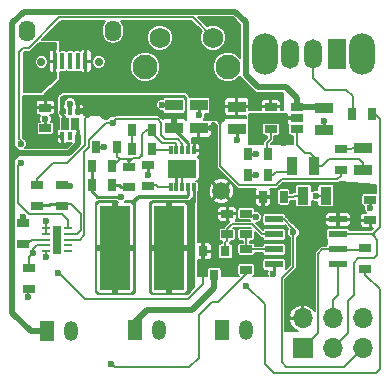
<source format=gbr>
G04 #@! TF.GenerationSoftware,KiCad,Pcbnew,(5.0.0-rc2-72-ge4a6f2e52)*
G04 #@! TF.CreationDate,2018-06-10T02:57:01+02:00*
G04 #@! TF.ProjectId,main,6D61696E2E6B696361645F7063620000,rev?*
G04 #@! TF.SameCoordinates,Original*
G04 #@! TF.FileFunction,Copper,L1,Top,Signal*
G04 #@! TF.FilePolarity,Positive*
%FSLAX46Y46*%
G04 Gerber Fmt 4.6, Leading zero omitted, Abs format (unit mm)*
G04 Created by KiCad (PCBNEW (5.0.0-rc2-72-ge4a6f2e52)) date Sun Jun 10 02:57:01 2018*
%MOMM*%
%LPD*%
G01*
G04 APERTURE LIST*
G04 #@! TA.AperFunction,SMDPad,CuDef*
%ADD10R,0.350000X0.650000*%
G04 #@! TD*
G04 #@! TA.AperFunction,SMDPad,CuDef*
%ADD11R,0.650000X1.000000*%
G04 #@! TD*
G04 #@! TA.AperFunction,SMDPad,CuDef*
%ADD12R,0.400000X1.350000*%
G04 #@! TD*
G04 #@! TA.AperFunction,ComponentPad*
%ADD13O,1.400000X1.800000*%
G04 #@! TD*
G04 #@! TA.AperFunction,ComponentPad*
%ADD14C,0.700000*%
G04 #@! TD*
G04 #@! TA.AperFunction,ComponentPad*
%ADD15O,1.200000X1.700000*%
G04 #@! TD*
G04 #@! TA.AperFunction,ComponentPad*
%ADD16R,1.200000X1.700000*%
G04 #@! TD*
G04 #@! TA.AperFunction,SMDPad,CuDef*
%ADD17R,2.500000X7.100000*%
G04 #@! TD*
G04 #@! TA.AperFunction,ComponentPad*
%ADD18C,2.100000*%
G04 #@! TD*
G04 #@! TA.AperFunction,ComponentPad*
%ADD19C,1.750000*%
G04 #@! TD*
G04 #@! TA.AperFunction,ComponentPad*
%ADD20R,1.700000X1.700000*%
G04 #@! TD*
G04 #@! TA.AperFunction,ComponentPad*
%ADD21O,1.700000X1.700000*%
G04 #@! TD*
G04 #@! TA.AperFunction,BGAPad,CuDef*
%ADD22C,1.500000*%
G04 #@! TD*
G04 #@! TA.AperFunction,SMDPad,CuDef*
%ADD23R,1.550000X0.600000*%
G04 #@! TD*
G04 #@! TA.AperFunction,SMDPad,CuDef*
%ADD24R,0.970000X1.500000*%
G04 #@! TD*
G04 #@! TA.AperFunction,SMDPad,CuDef*
%ADD25R,0.670000X1.000000*%
G04 #@! TD*
G04 #@! TA.AperFunction,SMDPad,CuDef*
%ADD26R,1.500000X0.970000*%
G04 #@! TD*
G04 #@! TA.AperFunction,SMDPad,CuDef*
%ADD27R,1.000000X0.670000*%
G04 #@! TD*
G04 #@! TA.AperFunction,SMDPad,CuDef*
%ADD28R,0.800000X0.900000*%
G04 #@! TD*
G04 #@! TA.AperFunction,ComponentPad*
%ADD29R,1.500000X2.500000*%
G04 #@! TD*
G04 #@! TA.AperFunction,ComponentPad*
%ADD30O,1.500000X2.500000*%
G04 #@! TD*
G04 #@! TA.AperFunction,ComponentPad*
%ADD31O,2.200000X3.500000*%
G04 #@! TD*
G04 #@! TA.AperFunction,SMDPad,CuDef*
%ADD32R,1.060000X0.650000*%
G04 #@! TD*
G04 #@! TA.AperFunction,SMDPad,CuDef*
%ADD33R,0.700000X0.250000*%
G04 #@! TD*
G04 #@! TA.AperFunction,SMDPad,CuDef*
%ADD34R,0.640000X2.400000*%
G04 #@! TD*
G04 #@! TA.AperFunction,SMDPad,CuDef*
%ADD35R,2.480000X1.550000*%
G04 #@! TD*
G04 #@! TA.AperFunction,SMDPad,CuDef*
%ADD36R,0.300000X0.650000*%
G04 #@! TD*
G04 #@! TA.AperFunction,ViaPad*
%ADD37C,0.600000*%
G04 #@! TD*
G04 #@! TA.AperFunction,Conductor*
%ADD38C,0.250000*%
G04 #@! TD*
G04 #@! TA.AperFunction,Conductor*
%ADD39C,0.150000*%
G04 #@! TD*
G04 #@! TA.AperFunction,Conductor*
%ADD40C,0.500000*%
G04 #@! TD*
G04 #@! TA.AperFunction,Conductor*
%ADD41C,0.300000*%
G04 #@! TD*
G04 APERTURE END LIST*
D10*
G04 #@! TO.P,Q2,1*
G04 #@! TO.N,/Power Supply/VUSB*
X94650000Y-81150000D03*
G04 #@! TO.P,Q2,2*
G04 #@! TO.N,N/C*
X95300000Y-81150000D03*
G04 #@! TO.P,Q2,3*
G04 #@! TO.N,/BAT+*
X95950000Y-81150000D03*
G04 #@! TO.P,Q2,4*
G04 #@! TO.N,/Power Supply/DC/DC boost converter/Vsup*
X95950000Y-79050000D03*
G04 #@! TO.P,Q2,5*
G04 #@! TO.N,/Power Supply/VUSB*
X95300000Y-79050000D03*
G04 #@! TO.P,Q2,6*
G04 #@! TO.N,/Power Supply/DC/DC boost converter/Vsup*
X94650000Y-79050000D03*
D11*
G04 #@! TO.P,Q2,8*
G04 #@! TO.N,/BAT+*
X95700000Y-80100000D03*
G04 #@! TO.P,Q2,7*
G04 #@! TO.N,/Power Supply/DC/DC boost converter/Vsup*
X94900000Y-80100000D03*
G04 #@! TD*
D12*
G04 #@! TO.P,J1,1*
G04 #@! TO.N,/Power Supply/VUSB*
X96600000Y-74800000D03*
G04 #@! TO.P,J1,2*
G04 #@! TO.N,Net-(J1-Pad2)*
X95950000Y-74800000D03*
G04 #@! TO.P,J1,3*
G04 #@! TO.N,Net-(J1-Pad3)*
X95300000Y-74800000D03*
G04 #@! TO.P,J1,4*
G04 #@! TO.N,Net-(J1-Pad4)*
X94650000Y-74800000D03*
G04 #@! TO.P,J1,5*
G04 #@! TO.N,GND*
X94000000Y-74800000D03*
D13*
G04 #@! TO.P,J1,6*
X98925000Y-72225000D03*
X91675000Y-72225000D03*
D14*
G04 #@! TO.P,J1,*
G04 #@! TO.N,*
X97725000Y-74875000D03*
X92875000Y-74875000D03*
G04 #@! TD*
D15*
G04 #@! TO.P,J6,2*
G04 #@! TO.N,Net-(J6-Pad2)*
X110200000Y-97600000D03*
D16*
G04 #@! TO.P,J6,1*
G04 #@! TO.N,Net-(J6-Pad1)*
X108200000Y-97600000D03*
G04 #@! TD*
G04 #@! TO.P,J2,1*
G04 #@! TO.N,/BAT+*
X93350000Y-97650000D03*
D15*
G04 #@! TO.P,J2,2*
G04 #@! TO.N,GND*
X95350000Y-97650000D03*
G04 #@! TD*
G04 #@! TO.P,J3,2*
G04 #@! TO.N,GND*
X102800000Y-97600000D03*
D16*
G04 #@! TO.P,J3,1*
G04 #@! TO.N,Net-(J3-Pad1)*
X100800000Y-97600000D03*
G04 #@! TD*
D17*
G04 #@! TO.P,L1,1*
G04 #@! TO.N,Net-(L1-Pad1)*
X99100000Y-90600000D03*
G04 #@! TO.P,L1,2*
G04 #@! TO.N,Net-(L1-Pad2)*
X103700000Y-90600000D03*
G04 #@! TD*
D18*
G04 #@! TO.P,SW1,*
G04 #@! TO.N,*
X101650000Y-75290000D03*
D19*
G04 #@! TO.P,SW1,1*
G04 #@! TO.N,GND*
X102900000Y-72800000D03*
G04 #@! TO.P,SW1,2*
G04 #@! TO.N,Net-(SW1-Pad2)*
X107400000Y-72800000D03*
D18*
G04 #@! TO.P,SW1,*
G04 #@! TO.N,*
X108660000Y-75290000D03*
G04 #@! TD*
D20*
G04 #@! TO.P,J7,1*
G04 #@! TO.N,/Microcontroller/MISO*
X115000000Y-99100000D03*
D21*
G04 #@! TO.P,J7,2*
G04 #@! TO.N,/Power Supply/V+5*
X115000000Y-96560000D03*
G04 #@! TO.P,J7,3*
G04 #@! TO.N,/Microcontroller/SCK*
X117540000Y-99100000D03*
G04 #@! TO.P,J7,4*
G04 #@! TO.N,/Microcontroller/MOSI*
X117540000Y-96560000D03*
G04 #@! TO.P,J7,5*
G04 #@! TO.N,/Microcontroller/RST*
X120080000Y-99100000D03*
G04 #@! TO.P,J7,6*
G04 #@! TO.N,GND*
X120080000Y-96560000D03*
G04 #@! TD*
D22*
G04 #@! TO.P,TP1,1*
G04 #@! TO.N,/Power Supply/V+5*
X108100000Y-85800000D03*
G04 #@! TD*
D23*
G04 #@! TO.P,U4,1*
G04 #@! TO.N,/Microcontroller/RST*
X112575952Y-88202500D03*
G04 #@! TO.P,U4,2*
G04 #@! TO.N,/Microcontroller/~enable_heater*
X112575952Y-89472500D03*
G04 #@! TO.P,U4,3*
G04 #@! TO.N,Net-(C11-Pad1)*
X112575952Y-90742500D03*
G04 #@! TO.P,U4,4*
G04 #@! TO.N,GND*
X112575952Y-92012500D03*
G04 #@! TO.P,U4,5*
G04 #@! TO.N,/Microcontroller/MOSI*
X117975952Y-92012500D03*
G04 #@! TO.P,U4,6*
G04 #@! TO.N,/Microcontroller/MISO*
X117975952Y-90742500D03*
G04 #@! TO.P,U4,7*
G04 #@! TO.N,/Microcontroller/SCK*
X117975952Y-89472500D03*
G04 #@! TO.P,U4,8*
G04 #@! TO.N,/Power Supply/V+5*
X117975952Y-88202500D03*
G04 #@! TD*
D24*
G04 #@! TO.P,D3,1*
G04 #@! TO.N,GND*
X116955000Y-86200000D03*
G04 #@! TO.P,D3,2*
G04 #@! TO.N,Net-(D3-Pad2)*
X115045000Y-86200000D03*
G04 #@! TD*
D25*
G04 #@! TO.P,R19,1*
G04 #@! TO.N,/Power Supply/V+5*
X111625000Y-86300000D03*
G04 #@! TO.P,R19,2*
G04 #@! TO.N,Net-(D3-Pad2)*
X113375000Y-86300000D03*
G04 #@! TD*
D26*
G04 #@! TO.P,C1,1*
G04 #@! TO.N,/Power Supply/VUSB*
X109400000Y-78645000D03*
G04 #@! TO.P,C1,2*
G04 #@! TO.N,GND*
X109400000Y-80555000D03*
G04 #@! TD*
G04 #@! TO.P,C2,2*
G04 #@! TO.N,GND*
X116800000Y-80655000D03*
G04 #@! TO.P,C2,1*
G04 #@! TO.N,/BAT+*
X116800000Y-78745000D03*
G04 #@! TD*
D27*
G04 #@! TO.P,C3,1*
G04 #@! TO.N,Net-(C3-Pad1)*
X94650000Y-87025000D03*
G04 #@! TO.P,C3,2*
G04 #@! TO.N,GND*
X94650000Y-85275000D03*
G04 #@! TD*
D26*
G04 #@! TO.P,C4,1*
G04 #@! TO.N,/Power Supply/DC/DC boost converter/Vsup*
X104100000Y-80455000D03*
G04 #@! TO.P,C4,2*
G04 #@! TO.N,GND*
X104100000Y-78545000D03*
G04 #@! TD*
D27*
G04 #@! TO.P,C5,2*
G04 #@! TO.N,GND*
X91300000Y-88525000D03*
G04 #@! TO.P,C5,1*
G04 #@! TO.N,Net-(C5-Pad1)*
X91300000Y-90275000D03*
G04 #@! TD*
D25*
G04 #@! TO.P,C6,1*
G04 #@! TO.N,Net-(C6-Pad1)*
X100525000Y-80600000D03*
G04 #@! TO.P,C6,2*
G04 #@! TO.N,Net-(C6-Pad2)*
X102275000Y-80600000D03*
G04 #@! TD*
D27*
G04 #@! TO.P,C7,1*
G04 #@! TO.N,Net-(C7-Pad1)*
X100300000Y-85475000D03*
G04 #@! TO.P,C7,2*
G04 #@! TO.N,Net-(C6-Pad2)*
X100300000Y-83725000D03*
G04 #@! TD*
D26*
G04 #@! TO.P,C8,2*
G04 #@! TO.N,GND*
X106200000Y-78545000D03*
G04 #@! TO.P,C8,1*
G04 #@! TO.N,/Power Supply/V+5*
X106200000Y-80455000D03*
G04 #@! TD*
D27*
G04 #@! TO.P,C10,2*
G04 #@! TO.N,GND*
X120700000Y-86525000D03*
G04 #@! TO.P,C10,1*
G04 #@! TO.N,/Power Supply/V+5*
X120700000Y-88275000D03*
G04 #@! TD*
G04 #@! TO.P,C11,1*
G04 #@! TO.N,Net-(C11-Pad1)*
X110200000Y-89475000D03*
G04 #@! TO.P,C11,2*
G04 #@! TO.N,GND*
X110200000Y-87725000D03*
G04 #@! TD*
D26*
G04 #@! TO.P,D1,2*
G04 #@! TO.N,Net-(D1-Pad2)*
X120100000Y-82145000D03*
G04 #@! TO.P,D1,1*
G04 #@! TO.N,Net-(D1-Pad1)*
X120100000Y-84055000D03*
G04 #@! TD*
D24*
G04 #@! TO.P,D2,1*
G04 #@! TO.N,Net-(D2-Pad1)*
X114045000Y-83700000D03*
G04 #@! TO.P,D2,2*
G04 #@! TO.N,Net-(D1-Pad1)*
X115955000Y-83700000D03*
G04 #@! TD*
D28*
G04 #@! TO.P,Q1,3*
G04 #@! TO.N,Net-(J3-Pad1)*
X107500000Y-92900000D03*
G04 #@! TO.P,Q1,2*
G04 #@! TO.N,/Power Supply/V+5*
X106550000Y-90900000D03*
G04 #@! TO.P,Q1,1*
G04 #@! TO.N,/Microcontroller/~enable_heater*
X108450000Y-90900000D03*
G04 #@! TD*
D27*
G04 #@! TO.P,R1,2*
G04 #@! TO.N,/Microcontroller/~enable_heater*
X108600000Y-89475000D03*
G04 #@! TO.P,R1,1*
G04 #@! TO.N,/Power Supply/V+5*
X108600000Y-87725000D03*
G04 #@! TD*
G04 #@! TO.P,R2,1*
G04 #@! TO.N,Net-(D1-Pad2)*
X118200000Y-82225000D03*
G04 #@! TO.P,R2,2*
G04 #@! TO.N,/Power Supply/VUSB*
X118200000Y-83975000D03*
G04 #@! TD*
D25*
G04 #@! TO.P,R3,1*
G04 #@! TO.N,GND*
X110325000Y-84400000D03*
G04 #@! TO.P,R3,2*
G04 #@! TO.N,Net-(D2-Pad1)*
X112075000Y-84400000D03*
G04 #@! TD*
G04 #@! TO.P,R4,2*
G04 #@! TO.N,Net-(R4-Pad2)*
X112075000Y-82700000D03*
G04 #@! TO.P,R4,1*
G04 #@! TO.N,GND*
X110325000Y-82700000D03*
G04 #@! TD*
D27*
G04 #@! TO.P,R5,1*
G04 #@! TO.N,/Power Supply/VUSB*
X93200000Y-78725000D03*
G04 #@! TO.P,R5,2*
G04 #@! TO.N,GND*
X93200000Y-80475000D03*
G04 #@! TD*
G04 #@! TO.P,R6,1*
G04 #@! TO.N,/Power Supply/DC/DC boost converter/Vsup*
X92500000Y-85325000D03*
G04 #@! TO.P,R6,2*
G04 #@! TO.N,Net-(C3-Pad1)*
X92500000Y-87075000D03*
G04 #@! TD*
G04 #@! TO.P,R8,2*
G04 #@! TO.N,GND*
X101900000Y-83625000D03*
G04 #@! TO.P,R8,1*
G04 #@! TO.N,Net-(R8-Pad1)*
X101900000Y-85375000D03*
G04 #@! TD*
D25*
G04 #@! TO.P,R9,1*
G04 #@! TO.N,Net-(C6-Pad1)*
X100525000Y-82200000D03*
G04 #@! TO.P,R9,2*
G04 #@! TO.N,Net-(R9-Pad2)*
X102275000Y-82200000D03*
G04 #@! TD*
G04 #@! TO.P,R10,2*
G04 #@! TO.N,GND*
X97525000Y-82100000D03*
G04 #@! TO.P,R10,1*
G04 #@! TO.N,Net-(C6-Pad2)*
X99275000Y-82100000D03*
G04 #@! TD*
G04 #@! TO.P,R11,2*
G04 #@! TO.N,Net-(C7-Pad1)*
X98875000Y-85300000D03*
G04 #@! TO.P,R11,1*
G04 #@! TO.N,/Power Supply/V+5*
X97125000Y-85300000D03*
G04 #@! TD*
G04 #@! TO.P,R12,1*
G04 #@! TO.N,/Power Supply/V+5*
X97125000Y-83700000D03*
G04 #@! TO.P,R12,2*
G04 #@! TO.N,Net-(C6-Pad2)*
X98875000Y-83700000D03*
G04 #@! TD*
D27*
G04 #@! TO.P,R13,2*
G04 #@! TO.N,/BAT+*
X110200000Y-92475000D03*
G04 #@! TO.P,R13,1*
G04 #@! TO.N,Net-(C11-Pad1)*
X110200000Y-90725000D03*
G04 #@! TD*
D25*
G04 #@! TO.P,R14,1*
G04 #@! TO.N,Net-(C12-Pad1)*
X119125000Y-79300000D03*
G04 #@! TO.P,R14,2*
G04 #@! TO.N,/Microcontroller/SCK*
X120875000Y-79300000D03*
G04 #@! TD*
D27*
G04 #@! TO.P,R17,2*
G04 #@! TO.N,/Microcontroller/MOSI*
X91800000Y-94075000D03*
G04 #@! TO.P,R17,1*
G04 #@! TO.N,/Power Supply/~Kill_power*
X91800000Y-92325000D03*
G04 #@! TD*
G04 #@! TO.P,R18,1*
G04 #@! TO.N,Net-(Q3-Pad1)*
X120300000Y-92375000D03*
G04 #@! TO.P,R18,2*
G04 #@! TO.N,/Microcontroller/MISO*
X120300000Y-90625000D03*
G04 #@! TD*
D29*
G04 #@! TO.P,SW2,1*
G04 #@! TO.N,GND*
X117900000Y-74200000D03*
D30*
G04 #@! TO.P,SW2,2*
G04 #@! TO.N,Net-(C12-Pad1)*
X115900000Y-74200000D03*
G04 #@! TO.P,SW2,3*
G04 #@! TO.N,Net-(SW2-Pad3)*
X113900000Y-74200000D03*
D31*
G04 #@! TO.P,SW2,*
G04 #@! TO.N,*
X120000000Y-74200000D03*
X111800000Y-74200000D03*
G04 #@! TD*
D32*
G04 #@! TO.P,U1,1*
G04 #@! TO.N,Net-(D1-Pad1)*
X114500000Y-80550000D03*
G04 #@! TO.P,U1,2*
G04 #@! TO.N,GND*
X114500000Y-79600000D03*
G04 #@! TO.P,U1,3*
G04 #@! TO.N,/BAT+*
X114500000Y-78650000D03*
G04 #@! TO.P,U1,4*
G04 #@! TO.N,/Power Supply/VUSB*
X112300000Y-78650000D03*
G04 #@! TO.P,U1,5*
G04 #@! TO.N,Net-(R4-Pad2)*
X112300000Y-80550000D03*
G04 #@! TD*
D33*
G04 #@! TO.P,U2,1*
G04 #@! TO.N,Net-(U2-Pad1)*
X95125000Y-90900000D03*
G04 #@! TO.P,U2,2*
G04 #@! TO.N,Net-(U2-Pad2)*
X95125000Y-90400000D03*
G04 #@! TO.P,U2,3*
G04 #@! TO.N,Net-(JP1-Pad2)*
X95125000Y-89900000D03*
G04 #@! TO.P,U2,4*
G04 #@! TO.N,Net-(C3-Pad1)*
X95125000Y-89400000D03*
G04 #@! TO.P,U2,5*
G04 #@! TO.N,Net-(SW1-Pad2)*
X95125000Y-88900000D03*
G04 #@! TO.P,U2,6*
G04 #@! TO.N,GND*
X93275000Y-88900000D03*
G04 #@! TO.P,U2,7*
X93275000Y-89400000D03*
G04 #@! TO.P,U2,8*
G04 #@! TO.N,Net-(C5-Pad1)*
X93275000Y-89900000D03*
G04 #@! TO.P,U2,9*
G04 #@! TO.N,/Power Supply/~Kill_power*
X93275000Y-90400000D03*
G04 #@! TO.P,U2,10*
G04 #@! TO.N,GND*
X93275000Y-90900000D03*
D34*
G04 #@! TO.P,U2,11*
G04 #@! TO.N,N/C*
X94200000Y-89900000D03*
G04 #@! TD*
D35*
G04 #@! TO.P,U3,11*
G04 #@! TO.N,GND*
X104800000Y-83900000D03*
D36*
G04 #@! TO.P,U3,10*
G04 #@! TO.N,Net-(R9-Pad2)*
X103800000Y-82350000D03*
G04 #@! TO.P,U3,9*
G04 #@! TO.N,Net-(C6-Pad2)*
X104300000Y-82350000D03*
G04 #@! TO.P,U3,8*
G04 #@! TO.N,Net-(JP1-Pad2)*
X104800000Y-82350000D03*
G04 #@! TO.P,U3,7*
G04 #@! TO.N,/Power Supply/DC/DC boost converter/Vsup*
X105300000Y-82350000D03*
G04 #@! TO.P,U3,6*
G04 #@! TO.N,/Power Supply/V+5*
X105800000Y-82350000D03*
G04 #@! TO.P,U3,5*
G04 #@! TO.N,Net-(L1-Pad2)*
X105800000Y-85450000D03*
G04 #@! TO.P,U3,4*
G04 #@! TO.N,Net-(L1-Pad1)*
X105300000Y-85450000D03*
G04 #@! TO.P,U3,3*
G04 #@! TO.N,GND*
X104800000Y-85450000D03*
G04 #@! TO.P,U3,2*
X104300000Y-85450000D03*
G04 #@! TO.P,U3,1*
G04 #@! TO.N,Net-(R8-Pad1)*
X103800000Y-85450000D03*
G04 #@! TD*
D37*
G04 #@! TO.N,GND*
X109400000Y-81500000D03*
X93300000Y-88300000D03*
X95300000Y-85400000D03*
X103100000Y-78500000D03*
X101900000Y-84400000D03*
X104180000Y-84287500D03*
X105420000Y-84287500D03*
X105420000Y-83512500D03*
X104180000Y-83512500D03*
X111000000Y-88000000D03*
X116800000Y-79900000D03*
X92600000Y-77200000D03*
X93700000Y-73700000D03*
X92600000Y-73700000D03*
X91600000Y-74500000D03*
X91600000Y-75400000D03*
X91600000Y-76300000D03*
X93700000Y-76300000D03*
X92600000Y-76300000D03*
X91600000Y-77200000D03*
X93200000Y-79700000D03*
X110900000Y-81300000D03*
X110900000Y-80400000D03*
X111400000Y-79600000D03*
X113400000Y-81700000D03*
X113500000Y-79600000D03*
X111000000Y-84400000D03*
X112500000Y-92800000D03*
X93300000Y-91400000D03*
X91300000Y-88000000D03*
X120700000Y-87200000D03*
X116100000Y-86200000D03*
X98200000Y-82100000D03*
X106200000Y-79400000D03*
X111000000Y-82700000D03*
G04 #@! TO.N,/Power Supply/DC/DC boost converter/Vsup*
X98900000Y-78000000D03*
G04 #@! TO.N,/Power Supply/VUSB*
X95300000Y-77100000D03*
X95300000Y-78400000D03*
G04 #@! TO.N,/Power Supply/V+5*
X94300000Y-92700000D03*
X116100000Y-89300000D03*
X99600000Y-86300000D03*
X106500000Y-86300000D03*
X107300000Y-80500000D03*
G04 #@! TO.N,Net-(SW1-Pad2)*
X91100000Y-81800000D03*
X91100000Y-83400000D03*
G04 #@! TO.N,/BAT+*
X98800000Y-100400000D03*
G04 #@! TO.N,/Microcontroller/RST*
X114200000Y-89300000D03*
G04 #@! TO.N,/Power Supply/~Kill_power*
X92200000Y-91000000D03*
G04 #@! TO.N,/Microcontroller/MOSI*
X91700000Y-94800000D03*
G04 #@! TO.N,Net-(Q3-Pad1)*
X110200000Y-93800000D03*
G04 #@! TO.N,Net-(JP1-Pad2)*
X98900000Y-80000000D03*
G04 #@! TD*
D38*
G04 #@! TO.N,GND*
X109400000Y-80600000D02*
X109400000Y-81500000D01*
D39*
X93300000Y-88300000D02*
X93275000Y-88325000D01*
X93275000Y-88325000D02*
X93275000Y-88900000D01*
X94650000Y-85400000D02*
X95300000Y-85400000D01*
D38*
X103100000Y-78500000D02*
X103150000Y-78550000D01*
X101900000Y-83750000D02*
X101900000Y-84400000D01*
D39*
X104800000Y-85450000D02*
X104800000Y-84132500D01*
X104800000Y-84132500D02*
X105420000Y-83512500D01*
D38*
X104300000Y-85450000D02*
X104300000Y-84407500D01*
X104200000Y-84407500D02*
X104080000Y-84287500D01*
D39*
X110200000Y-87950000D02*
X110950000Y-87950000D01*
X110950000Y-87950000D02*
X111000000Y-88000000D01*
D38*
X116800000Y-80700000D02*
X116800000Y-79900000D01*
D39*
X92600000Y-76300000D02*
X92600000Y-77200000D01*
X92600000Y-76300000D02*
X93700000Y-76300000D01*
X91600000Y-76300000D02*
X92600000Y-76300000D01*
X91600000Y-76300000D02*
X91600000Y-77200000D01*
X91600000Y-75400000D02*
X91600000Y-76300000D01*
X94000000Y-74000000D02*
X93700000Y-73700000D01*
X94000000Y-74800000D02*
X94000000Y-74000000D01*
X93700000Y-73700000D02*
X92600000Y-73700000D01*
X92600000Y-73700000D02*
X92400000Y-73700000D01*
X92400000Y-73700000D02*
X91600000Y-74500000D01*
X91600000Y-75400000D02*
X91600000Y-74500000D01*
D38*
X93200000Y-80350000D02*
X93200000Y-79700000D01*
X111400000Y-79600000D02*
X113500000Y-79600000D01*
X110900000Y-80400000D02*
X110900000Y-81300000D01*
X111400000Y-79600000D02*
X111400000Y-79900000D01*
X111400000Y-79900000D02*
X110900000Y-80400000D01*
X113500000Y-79600000D02*
X113500000Y-81600000D01*
X113500000Y-81600000D02*
X113400000Y-81700000D01*
X114500000Y-79600000D02*
X113500000Y-79600000D01*
X110450000Y-84400000D02*
X111000000Y-84400000D01*
X112575952Y-92012500D02*
X112575952Y-92724048D01*
X112575952Y-92724048D02*
X112500000Y-92800000D01*
D39*
X93275000Y-90900000D02*
X93275000Y-91375000D01*
X93275000Y-91375000D02*
X93300000Y-91400000D01*
X93275000Y-89400000D02*
X93275000Y-88900000D01*
D38*
X91300000Y-88650000D02*
X91300000Y-88000000D01*
X120700000Y-87200000D02*
X120700000Y-86650000D01*
D39*
X116955000Y-86200000D02*
X116100000Y-86200000D01*
D38*
X97525000Y-82100000D02*
X98200000Y-82100000D01*
X103145000Y-78545000D02*
X103100000Y-78500000D01*
X104100000Y-78545000D02*
X103145000Y-78545000D01*
X106200000Y-79400000D02*
X106200000Y-78545000D01*
X110450000Y-82700000D02*
X111000000Y-82700000D01*
D39*
G04 #@! TO.N,/Power Supply/DC/DC boost converter/Vsup*
X96700000Y-79500000D02*
X96500000Y-79300000D01*
X96800000Y-79500000D02*
X96700000Y-79500000D01*
X96800000Y-79500000D02*
X97000000Y-79300000D01*
X96750000Y-79500000D02*
X96750000Y-79100000D01*
X96750000Y-79500000D02*
X96800000Y-79500000D01*
D38*
X94650000Y-79350000D02*
X94900000Y-79600000D01*
X94900000Y-79600000D02*
X94900000Y-80100000D01*
X94650000Y-79050000D02*
X94650000Y-79350000D01*
D39*
X96600000Y-79650000D02*
X96750000Y-79500000D01*
X95050000Y-83450000D02*
X96600000Y-81900000D01*
X96600000Y-81900000D02*
X96600000Y-79650000D01*
X92500000Y-85450000D02*
X92500000Y-84800000D01*
X93850000Y-83450000D02*
X95050000Y-83450000D01*
X92500000Y-84800000D02*
X93850000Y-83450000D01*
D38*
X105300000Y-82350000D02*
X105300000Y-81705000D01*
X104100000Y-80505000D02*
X105300000Y-81705000D01*
X104100000Y-80455000D02*
X104100000Y-80505000D01*
D39*
G04 #@! TO.N,/Power Supply/VUSB*
X107800000Y-79900000D02*
X107700000Y-79800000D01*
X107800000Y-79900000D02*
X108200000Y-79900000D01*
X108000000Y-80100000D02*
X107800000Y-79900000D01*
X108000000Y-80100000D02*
X108200000Y-79900000D01*
X108000000Y-80200000D02*
X108000000Y-79100000D01*
X108000000Y-80200000D02*
X108000000Y-80100000D01*
D38*
X95300000Y-79050000D02*
X95300000Y-78400000D01*
D39*
X108000000Y-83700000D02*
X108000000Y-80200000D01*
X118200000Y-84500000D02*
X117900000Y-84800000D01*
X118200000Y-83975000D02*
X118200000Y-84500000D01*
X117900000Y-84800000D02*
X113200000Y-84800000D01*
X112700000Y-85300000D02*
X109600000Y-85300000D01*
X113200000Y-84800000D02*
X112700000Y-85300000D01*
X109600000Y-85300000D02*
X108000000Y-83700000D01*
D38*
G04 #@! TO.N,Net-(C7-Pad1)*
X99575000Y-85475000D02*
X100300000Y-85475000D01*
X98875000Y-85300000D02*
X99400000Y-85300000D01*
X99400000Y-85300000D02*
X99575000Y-85475000D01*
D39*
G04 #@! TO.N,/Power Supply/V+5*
X94300000Y-92700000D02*
X94400000Y-92700000D01*
X94400000Y-92700000D02*
X96600000Y-94900000D01*
X96600000Y-94900000D02*
X105300000Y-94900000D01*
X105300000Y-94900000D02*
X106550000Y-93650000D01*
X106550000Y-93650000D02*
X106550000Y-90900000D01*
D38*
X97125000Y-83700000D02*
X97125000Y-85300000D01*
X97600000Y-86300000D02*
X99600000Y-86300000D01*
X97125000Y-85300000D02*
X97125000Y-85825000D01*
X97125000Y-85825000D02*
X97600000Y-86300000D01*
X106200000Y-80455000D02*
X107255000Y-80455000D01*
X107255000Y-80455000D02*
X107300000Y-80500000D01*
D39*
G04 #@! TO.N,Net-(D1-Pad2)*
X120100000Y-82145000D02*
X119155000Y-82145000D01*
X119075000Y-82225000D02*
X118200000Y-82225000D01*
X119155000Y-82145000D02*
X119075000Y-82225000D01*
G04 #@! TO.N,Net-(D1-Pad1)*
X114500000Y-80550000D02*
X114500000Y-81900000D01*
X114500000Y-81900000D02*
X115200000Y-82600000D01*
X115200000Y-82600000D02*
X115600000Y-82600000D01*
X115955000Y-82955000D02*
X115955000Y-83700000D01*
X115600000Y-82600000D02*
X115955000Y-82955000D01*
X115955000Y-83700000D02*
X116600000Y-83700000D01*
X116600000Y-83700000D02*
X117200000Y-83100000D01*
X117200000Y-83100000D02*
X119800000Y-83100000D01*
X120100000Y-83400000D02*
X120100000Y-84055000D01*
X119800000Y-83100000D02*
X120100000Y-83400000D01*
G04 #@! TO.N,Net-(D2-Pad1)*
X112500000Y-84400000D02*
X112700000Y-84200000D01*
X112700000Y-84200000D02*
X113900000Y-84200000D01*
X111950000Y-84400000D02*
X112500000Y-84400000D01*
G04 #@! TO.N,/Microcontroller/~enable_heater*
X108600000Y-89475000D02*
X108600000Y-90000000D01*
X108600000Y-90000000D02*
X108450000Y-90150000D01*
X112575952Y-89472500D02*
X111572500Y-89472500D01*
X109000000Y-88600000D02*
X108600000Y-89000000D01*
X108450000Y-90150000D02*
X108450000Y-90900000D01*
X110700000Y-88600000D02*
X109000000Y-88600000D01*
X111572500Y-89472500D02*
X110700000Y-88600000D01*
X108600000Y-89000000D02*
X108600000Y-89475000D01*
G04 #@! TO.N,Net-(SW1-Pad2)*
X90900000Y-83600000D02*
X90900000Y-86800000D01*
X91100000Y-83400000D02*
X90900000Y-83600000D01*
X90900000Y-86800000D02*
X91800000Y-87700000D01*
X91800000Y-87700000D02*
X94600000Y-87700000D01*
X94600000Y-87700000D02*
X95125000Y-88225000D01*
X95125000Y-88225000D02*
X95125000Y-88900000D01*
X105700000Y-71100000D02*
X107400000Y-72800000D01*
X91100000Y-81800000D02*
X91100000Y-81500000D01*
X91100000Y-81500000D02*
X91000000Y-81400000D01*
X91800000Y-73700000D02*
X94400000Y-71100000D01*
X91000000Y-81400000D02*
X91000000Y-74000000D01*
X91000000Y-74000000D02*
X91300000Y-73700000D01*
X91300000Y-73700000D02*
X91800000Y-73700000D01*
X94400000Y-71100000D02*
X105700000Y-71100000D01*
D38*
G04 #@! TO.N,Net-(L1-Pad2)*
X105800000Y-85450000D02*
X105800000Y-86300000D01*
X105800000Y-86300000D02*
X105450000Y-86650000D01*
X105800000Y-86300000D02*
X105800000Y-86750000D01*
X105800000Y-86750000D02*
X105700000Y-86850000D01*
D40*
G04 #@! TO.N,/BAT+*
X114500000Y-78650000D02*
X116525000Y-78650000D01*
D38*
X95700000Y-80400000D02*
X95950000Y-80650000D01*
X95950000Y-80650000D02*
X95950000Y-81150000D01*
X95700000Y-80100000D02*
X95700000Y-80400000D01*
D40*
X93350000Y-97650000D02*
X91950000Y-97650000D01*
X91950000Y-97650000D02*
X90400000Y-96100000D01*
X90400000Y-96100000D02*
X90400000Y-83100000D01*
X90400000Y-83100000D02*
X90400000Y-82600000D01*
X90900000Y-82600000D02*
X90400000Y-83100000D01*
X90900000Y-82600000D02*
X95200000Y-82600000D01*
X90400000Y-82600000D02*
X90900000Y-82600000D01*
X90400000Y-71600000D02*
X90400000Y-82100000D01*
X90400000Y-82100000D02*
X90400000Y-82600000D01*
X90900000Y-82600000D02*
X90400000Y-82100000D01*
X91400000Y-70600000D02*
X90400000Y-71600000D01*
X109300000Y-70600000D02*
X91400000Y-70600000D01*
X110200000Y-71500000D02*
X109300000Y-70600000D01*
X110200000Y-76000000D02*
X110200000Y-71500000D01*
X111200000Y-77000000D02*
X110200000Y-76000000D01*
X113600000Y-77000000D02*
X111200000Y-77000000D01*
X114500000Y-77900000D02*
X113600000Y-77000000D01*
X114500000Y-78650000D02*
X114500000Y-77900000D01*
X95200000Y-82600000D02*
X95950000Y-81850000D01*
X95950000Y-81850000D02*
X95950000Y-81150000D01*
X116525000Y-78650000D02*
X116800000Y-78925000D01*
D39*
X99100000Y-100700000D02*
X98800000Y-100400000D01*
X110200000Y-92475000D02*
X110200000Y-92800000D01*
X107800000Y-95200000D02*
X107300000Y-95200000D01*
X106200000Y-99900000D02*
X105400000Y-100700000D01*
X110200000Y-92800000D02*
X107800000Y-95200000D01*
X105400000Y-100700000D02*
X99100000Y-100700000D01*
X107300000Y-95200000D02*
X106200000Y-96300000D01*
X106200000Y-96300000D02*
X106200000Y-99900000D01*
G04 #@! TO.N,Net-(C6-Pad1)*
X100525000Y-80600000D02*
X100525000Y-82200000D01*
G04 #@! TO.N,/Microcontroller/RST*
X114200000Y-92200000D02*
X113200000Y-93200000D01*
X113200000Y-96700000D02*
X113200000Y-93200000D01*
X113402500Y-88202500D02*
X114200000Y-89000000D01*
X112575952Y-88202500D02*
X113402500Y-88202500D01*
X118300000Y-100700000D02*
X118480000Y-100700000D01*
X118480000Y-100700000D02*
X120080000Y-99100000D01*
X118300000Y-100700000D02*
X113600000Y-100700000D01*
X113600000Y-100700000D02*
X113200000Y-100300000D01*
X113200000Y-100300000D02*
X113200000Y-96700000D01*
X114200000Y-89000000D02*
X114200000Y-89300000D01*
X114200000Y-89300000D02*
X114200000Y-92200000D01*
G04 #@! TO.N,/Microcontroller/SCK*
X119300000Y-94600000D02*
X118800000Y-95100000D01*
X117540000Y-99060000D02*
X118800000Y-97800000D01*
X118800000Y-97800000D02*
X118800000Y-95100000D01*
X117540000Y-99100000D02*
X117540000Y-99060000D01*
X120750000Y-79300000D02*
X121100000Y-79300000D01*
X121100000Y-79300000D02*
X121500000Y-79700000D01*
X121500000Y-79700000D02*
X121500000Y-88845000D01*
X121500000Y-88845000D02*
X121000000Y-89345000D01*
X121000000Y-89345000D02*
X120872500Y-89472500D01*
X120872500Y-89472500D02*
X121000000Y-89600000D01*
X121000000Y-89600000D02*
X121300000Y-89900000D01*
X121000000Y-89345000D02*
X121000000Y-89600000D01*
X117975952Y-89472500D02*
X120872500Y-89472500D01*
X121300000Y-89900000D02*
X121300000Y-91200000D01*
X121300000Y-91200000D02*
X121000000Y-91500000D01*
X121000000Y-91500000D02*
X119700000Y-91500000D01*
X119700000Y-91500000D02*
X119300000Y-91900000D01*
X119300000Y-91900000D02*
X119300000Y-94600000D01*
G04 #@! TO.N,/Microcontroller/MISO*
X115000000Y-99100000D02*
X116300000Y-97800000D01*
X116300000Y-97800000D02*
X116300000Y-91100000D01*
X116300000Y-91100000D02*
X116657500Y-90742500D01*
X116657500Y-90742500D02*
X117975952Y-90742500D01*
X120300000Y-90750000D02*
X117983452Y-90750000D01*
X117983452Y-90750000D02*
X117975952Y-90742500D01*
G04 #@! TO.N,Net-(C3-Pad1)*
X95900000Y-89400000D02*
X96200000Y-89100000D01*
X96200000Y-89100000D02*
X96200000Y-87700000D01*
X95125000Y-89400000D02*
X95900000Y-89400000D01*
X96200000Y-87700000D02*
X95400000Y-86900000D01*
X95400000Y-86900000D02*
X94650000Y-86900000D01*
D38*
X93550000Y-86950000D02*
X93600000Y-86900000D01*
X93600000Y-86900000D02*
X94650000Y-86900000D01*
X92500000Y-86950000D02*
X93550000Y-86950000D01*
D39*
G04 #@! TO.N,Net-(C5-Pad1)*
X91850000Y-90150000D02*
X92100000Y-89900000D01*
X91300000Y-90150000D02*
X91850000Y-90150000D01*
X92100000Y-89900000D02*
X93275000Y-89900000D01*
D40*
G04 #@! TO.N,Net-(J3-Pad1)*
X105600000Y-95900000D02*
X107500000Y-94000000D01*
X107500000Y-94000000D02*
X107500000Y-92900000D01*
X101800000Y-95900000D02*
X105600000Y-95900000D01*
X100800000Y-96900000D02*
X101800000Y-95900000D01*
X100800000Y-97600000D02*
X100800000Y-96900000D01*
D39*
G04 #@! TO.N,Net-(R4-Pad2)*
X112300000Y-80550000D02*
X112300000Y-81400000D01*
X112300000Y-81400000D02*
X111950000Y-81750000D01*
X111950000Y-81750000D02*
X111950000Y-82700000D01*
G04 #@! TO.N,Net-(R8-Pad1)*
X102550000Y-85250000D02*
X102750000Y-85450000D01*
X102750000Y-85450000D02*
X103700000Y-85450000D01*
X101900000Y-85250000D02*
X102550000Y-85250000D01*
G04 #@! TO.N,Net-(C6-Pad2)*
X101400000Y-81000000D02*
X101800000Y-80600000D01*
X101800000Y-80600000D02*
X102275000Y-80600000D01*
X100300000Y-83725000D02*
X100300000Y-83300000D01*
X101100000Y-83000000D02*
X101400000Y-82700000D01*
X100600000Y-83000000D02*
X101100000Y-83000000D01*
X101400000Y-82800000D02*
X101400000Y-82700000D01*
X101400000Y-82700000D02*
X101400000Y-81000000D01*
X100300000Y-83300000D02*
X100500000Y-83100000D01*
X100500000Y-83100000D02*
X100600000Y-83000000D01*
X100300000Y-83300000D02*
X100100000Y-83100000D01*
X100300000Y-83300000D02*
X100300000Y-83100000D01*
X100100000Y-83100000D02*
X100300000Y-83100000D01*
X100300000Y-83100000D02*
X100500000Y-83100000D01*
X100100000Y-83100000D02*
X99500000Y-83100000D01*
X99275000Y-82875000D02*
X99275000Y-82100000D01*
X98875000Y-83700000D02*
X98900000Y-83700000D01*
X99400000Y-83200000D02*
X99500000Y-83100000D01*
X98900000Y-83700000D02*
X99400000Y-83200000D01*
X99400000Y-83000000D02*
X99400000Y-83200000D01*
X99400000Y-83000000D02*
X99275000Y-82875000D01*
X99500000Y-83100000D02*
X99400000Y-83000000D01*
X104150000Y-81700000D02*
X104300000Y-81850000D01*
X103100000Y-81700000D02*
X104150000Y-81700000D01*
X102275000Y-80600000D02*
X102275000Y-80875000D01*
X104300000Y-81850000D02*
X104300000Y-82350000D01*
X102275000Y-80875000D02*
X103100000Y-81700000D01*
G04 #@! TO.N,Net-(C11-Pad1)*
X112575952Y-90742500D02*
X111242500Y-90742500D01*
X111225000Y-90725000D02*
X110200000Y-90725000D01*
X111242500Y-90742500D02*
X111225000Y-90725000D01*
X110200000Y-89475000D02*
X110200000Y-90725000D01*
G04 #@! TO.N,Net-(C12-Pad1)*
X116900000Y-77200000D02*
X115900000Y-76200000D01*
X115900000Y-76200000D02*
X115900000Y-74200000D01*
X118700000Y-77200000D02*
X116900000Y-77200000D01*
X119250000Y-77750000D02*
X118700000Y-77200000D01*
X119250000Y-79300000D02*
X119250000Y-77750000D01*
G04 #@! TO.N,/Power Supply/~Kill_power*
X92500000Y-90400000D02*
X93275000Y-90400000D01*
X92200000Y-90700000D02*
X92500000Y-90400000D01*
X92200000Y-91000000D02*
X92200000Y-90700000D01*
X92200000Y-91000000D02*
X91800000Y-91400000D01*
X91800000Y-91400000D02*
X91800000Y-92450000D01*
D41*
G04 #@! TO.N,Net-(L1-Pad1)*
X105100000Y-86300000D02*
X101100000Y-86300000D01*
X101100000Y-86300000D02*
X100650000Y-86750000D01*
D38*
X105300000Y-85450000D02*
X105300000Y-86100000D01*
X105300000Y-86100000D02*
X105100000Y-86300000D01*
D39*
G04 #@! TO.N,Net-(R9-Pad2)*
X102950000Y-82350000D02*
X102900000Y-82300000D01*
X102900000Y-82300000D02*
X102150000Y-82300000D01*
X103800000Y-82350000D02*
X102950000Y-82350000D01*
G04 #@! TO.N,/Microcontroller/MOSI*
X91700000Y-94800000D02*
X91700000Y-94050000D01*
X91700000Y-94050000D02*
X91800000Y-93950000D01*
X117540000Y-96560000D02*
X117540000Y-95011904D01*
X117540000Y-95011904D02*
X117975952Y-94575952D01*
X117975952Y-94575952D02*
X117975952Y-92012500D01*
G04 #@! TO.N,Net-(Q3-Pad1)*
X121200000Y-101200000D02*
X121500000Y-100900000D01*
X112600000Y-101200000D02*
X121200000Y-101200000D01*
X111800000Y-100400000D02*
X112600000Y-101200000D01*
X111800000Y-95400000D02*
X111800000Y-100400000D01*
X121500000Y-100900000D02*
X121500000Y-94100000D01*
X121500000Y-94100000D02*
X120300000Y-92900000D01*
X110200000Y-93800000D02*
X111800000Y-95400000D01*
X120300000Y-92900000D02*
X120300000Y-92250000D01*
G04 #@! TO.N,Net-(JP1-Pad2)*
X96500000Y-82500000D02*
X96500000Y-89500000D01*
X96900000Y-82100000D02*
X96500000Y-82500000D01*
X96500000Y-89500000D02*
X96100000Y-89900000D01*
X96900000Y-81450000D02*
X96900000Y-82100000D01*
X98900000Y-80000000D02*
X98350000Y-80000000D01*
X98350000Y-80000000D02*
X96900000Y-81450000D01*
X96100000Y-89900000D02*
X95125000Y-89900000D01*
X104800000Y-81775000D02*
X104800000Y-82350000D01*
X104425000Y-81400000D02*
X104800000Y-81775000D01*
X99200000Y-79700000D02*
X102700000Y-79700000D01*
X103000000Y-80000000D02*
X103000000Y-81050000D01*
X98900000Y-80000000D02*
X99200000Y-79700000D01*
X103350000Y-81400000D02*
X104425000Y-81400000D01*
X102700000Y-79700000D02*
X103000000Y-80000000D01*
X103000000Y-81050000D02*
X103350000Y-81400000D01*
G04 #@! TO.N,Net-(D3-Pad2)*
X115045000Y-86200000D02*
X114300000Y-86200000D01*
X114200000Y-86300000D02*
X113375000Y-86300000D01*
X114300000Y-86200000D02*
X114200000Y-86300000D01*
G04 #@! TD*
G04 #@! TO.N,GND*
G36*
X94125000Y-73806250D02*
X94050000Y-73881250D01*
X94050000Y-74750000D01*
X94070000Y-74750000D01*
X94070000Y-74850000D01*
X94050000Y-74850000D01*
X94050000Y-75718750D01*
X94125000Y-75793750D01*
X94125000Y-76267163D01*
X92870677Y-77425000D01*
X91375000Y-77425000D01*
X91375000Y-74760625D01*
X92300000Y-74760625D01*
X92300000Y-74989375D01*
X92387538Y-75200711D01*
X92549289Y-75362462D01*
X92760625Y-75450000D01*
X92989375Y-75450000D01*
X93200711Y-75362462D01*
X93362462Y-75200711D01*
X93450000Y-74989375D01*
X93450000Y-74931250D01*
X93475000Y-74931250D01*
X93475000Y-75539647D01*
X93524479Y-75659098D01*
X93615903Y-75750522D01*
X93735354Y-75800000D01*
X93868750Y-75800000D01*
X93950000Y-75718750D01*
X93950000Y-74850000D01*
X93556250Y-74850000D01*
X93475000Y-74931250D01*
X93450000Y-74931250D01*
X93450000Y-74760625D01*
X93362462Y-74549289D01*
X93200711Y-74387538D01*
X92989375Y-74300000D01*
X92760625Y-74300000D01*
X92549289Y-74387538D01*
X92387538Y-74549289D01*
X92300000Y-74760625D01*
X91375000Y-74760625D01*
X91375000Y-74060353D01*
X93475000Y-74060353D01*
X93475000Y-74668750D01*
X93556250Y-74750000D01*
X93950000Y-74750000D01*
X93950000Y-73881250D01*
X93868750Y-73800000D01*
X93735354Y-73800000D01*
X93615903Y-73849478D01*
X93524479Y-73940902D01*
X93475000Y-74060353D01*
X91375000Y-74060353D01*
X91375000Y-74049264D01*
X91424264Y-74000000D01*
X91770455Y-74000000D01*
X91800000Y-74005877D01*
X91829545Y-74000000D01*
X91917054Y-73982593D01*
X92016288Y-73916288D01*
X92033027Y-73891236D01*
X92649263Y-73275000D01*
X94125000Y-73275000D01*
X94125000Y-73806250D01*
X94125000Y-73806250D01*
G37*
X94125000Y-73806250D02*
X94050000Y-73881250D01*
X94050000Y-74750000D01*
X94070000Y-74750000D01*
X94070000Y-74850000D01*
X94050000Y-74850000D01*
X94050000Y-75718750D01*
X94125000Y-75793750D01*
X94125000Y-76267163D01*
X92870677Y-77425000D01*
X91375000Y-77425000D01*
X91375000Y-74760625D01*
X92300000Y-74760625D01*
X92300000Y-74989375D01*
X92387538Y-75200711D01*
X92549289Y-75362462D01*
X92760625Y-75450000D01*
X92989375Y-75450000D01*
X93200711Y-75362462D01*
X93362462Y-75200711D01*
X93450000Y-74989375D01*
X93450000Y-74931250D01*
X93475000Y-74931250D01*
X93475000Y-75539647D01*
X93524479Y-75659098D01*
X93615903Y-75750522D01*
X93735354Y-75800000D01*
X93868750Y-75800000D01*
X93950000Y-75718750D01*
X93950000Y-74850000D01*
X93556250Y-74850000D01*
X93475000Y-74931250D01*
X93450000Y-74931250D01*
X93450000Y-74760625D01*
X93362462Y-74549289D01*
X93200711Y-74387538D01*
X92989375Y-74300000D01*
X92760625Y-74300000D01*
X92549289Y-74387538D01*
X92387538Y-74549289D01*
X92300000Y-74760625D01*
X91375000Y-74760625D01*
X91375000Y-74060353D01*
X93475000Y-74060353D01*
X93475000Y-74668750D01*
X93556250Y-74750000D01*
X93950000Y-74750000D01*
X93950000Y-73881250D01*
X93868750Y-73800000D01*
X93735354Y-73800000D01*
X93615903Y-73849478D01*
X93524479Y-73940902D01*
X93475000Y-74060353D01*
X91375000Y-74060353D01*
X91375000Y-74049264D01*
X91424264Y-74000000D01*
X91770455Y-74000000D01*
X91800000Y-74005877D01*
X91829545Y-74000000D01*
X91917054Y-73982593D01*
X92016288Y-73916288D01*
X92033027Y-73891236D01*
X92649263Y-73275000D01*
X94125000Y-73275000D01*
X94125000Y-73806250D01*
G04 #@! TO.N,/Power Supply/VUSB*
G36*
X109725001Y-71696753D02*
X109725000Y-74551877D01*
X109382230Y-74209107D01*
X108913613Y-74015000D01*
X108406387Y-74015000D01*
X107937770Y-74209107D01*
X107579107Y-74567770D01*
X107385000Y-75036387D01*
X107385000Y-75543613D01*
X107579107Y-76012230D01*
X107937770Y-76370893D01*
X108406387Y-76565000D01*
X108913613Y-76565000D01*
X109382230Y-76370893D01*
X109721906Y-76031217D01*
X109725000Y-76046774D01*
X109725000Y-76046778D01*
X109752561Y-76185334D01*
X109857545Y-76342455D01*
X109897205Y-76368955D01*
X110831046Y-77302797D01*
X110857545Y-77342455D01*
X110897202Y-77368953D01*
X111014664Y-77447439D01*
X111043272Y-77453129D01*
X111153221Y-77475000D01*
X111153225Y-77475000D01*
X111200000Y-77484304D01*
X111246775Y-77475000D01*
X113325000Y-77475000D01*
X113325000Y-78975000D01*
X113155000Y-78975000D01*
X113155000Y-78781250D01*
X113073750Y-78700000D01*
X112350000Y-78700000D01*
X112350000Y-78720000D01*
X112250000Y-78720000D01*
X112250000Y-78700000D01*
X111526250Y-78700000D01*
X111445000Y-78781250D01*
X111445000Y-78975000D01*
X110475000Y-78975000D01*
X110475000Y-78776250D01*
X110393750Y-78695000D01*
X109450000Y-78695000D01*
X109450000Y-79373750D01*
X109531250Y-79455000D01*
X110175000Y-79455000D01*
X110175000Y-79625000D01*
X108500000Y-79625000D01*
X108471299Y-79630709D01*
X108446967Y-79646967D01*
X108255463Y-79838471D01*
X108186104Y-79792127D01*
X108100000Y-79775000D01*
X107063151Y-79775000D01*
X107037791Y-79758055D01*
X106950000Y-79740592D01*
X106601869Y-79740592D01*
X106645073Y-79697388D01*
X106725000Y-79504429D01*
X106725000Y-79295571D01*
X106710021Y-79259408D01*
X106950000Y-79259408D01*
X107037791Y-79241945D01*
X107112216Y-79192216D01*
X107161945Y-79117791D01*
X107179408Y-79030000D01*
X107179408Y-78776250D01*
X108325000Y-78776250D01*
X108325000Y-79194646D01*
X108374478Y-79314097D01*
X108465902Y-79405521D01*
X108585353Y-79455000D01*
X109268750Y-79455000D01*
X109350000Y-79373750D01*
X109350000Y-78695000D01*
X108406250Y-78695000D01*
X108325000Y-78776250D01*
X107179408Y-78776250D01*
X107179408Y-78095354D01*
X108325000Y-78095354D01*
X108325000Y-78513750D01*
X108406250Y-78595000D01*
X109350000Y-78595000D01*
X109350000Y-77916250D01*
X109450000Y-77916250D01*
X109450000Y-78595000D01*
X110393750Y-78595000D01*
X110475000Y-78513750D01*
X110475000Y-78260353D01*
X111445000Y-78260353D01*
X111445000Y-78518750D01*
X111526250Y-78600000D01*
X112250000Y-78600000D01*
X112250000Y-78081250D01*
X112350000Y-78081250D01*
X112350000Y-78600000D01*
X113073750Y-78600000D01*
X113155000Y-78518750D01*
X113155000Y-78260353D01*
X113105521Y-78140902D01*
X113014097Y-78049478D01*
X112894646Y-78000000D01*
X112431250Y-78000000D01*
X112350000Y-78081250D01*
X112250000Y-78081250D01*
X112168750Y-78000000D01*
X111705354Y-78000000D01*
X111585903Y-78049478D01*
X111494479Y-78140902D01*
X111445000Y-78260353D01*
X110475000Y-78260353D01*
X110475000Y-78095354D01*
X110425522Y-77975903D01*
X110334098Y-77884479D01*
X110214647Y-77835000D01*
X109531250Y-77835000D01*
X109450000Y-77916250D01*
X109350000Y-77916250D01*
X109268750Y-77835000D01*
X108585353Y-77835000D01*
X108465902Y-77884479D01*
X108374478Y-77975903D01*
X108325000Y-78095354D01*
X107179408Y-78095354D01*
X107179408Y-78060000D01*
X107161945Y-77972209D01*
X107112216Y-77897784D01*
X107037791Y-77848055D01*
X106950000Y-77830592D01*
X105450000Y-77830592D01*
X105422238Y-77836114D01*
X105407873Y-77763896D01*
X105359099Y-77690901D01*
X105159099Y-77490901D01*
X105086104Y-77442127D01*
X105000000Y-77425000D01*
X94650000Y-77425000D01*
X94566874Y-77440919D01*
X94493190Y-77488645D01*
X94287478Y-77688563D01*
X94238959Y-77757913D01*
X94219380Y-77843492D01*
X94180804Y-79193656D01*
X94196631Y-79283208D01*
X94244357Y-79356893D01*
X94245592Y-79358164D01*
X94245592Y-79375000D01*
X94263055Y-79462791D01*
X94312784Y-79537216D01*
X94352767Y-79563931D01*
X94345592Y-79600000D01*
X94345592Y-80526825D01*
X94290902Y-80549479D01*
X94199478Y-80640903D01*
X94150000Y-80760354D01*
X94150000Y-81018750D01*
X94231250Y-81100000D01*
X94600000Y-81100000D01*
X94600000Y-81080000D01*
X94700000Y-81080000D01*
X94700000Y-81100000D01*
X94720000Y-81100000D01*
X94720000Y-81200000D01*
X94700000Y-81200000D01*
X94700000Y-81718750D01*
X94781250Y-81800000D01*
X94889647Y-81800000D01*
X95009098Y-81750521D01*
X95066790Y-81692829D01*
X95125000Y-81704408D01*
X95423841Y-81704408D01*
X95003250Y-82125000D01*
X91517461Y-82125000D01*
X91545073Y-82097388D01*
X91625000Y-81904429D01*
X91625000Y-81695571D01*
X91545073Y-81502612D01*
X91397388Y-81354927D01*
X91351046Y-81335731D01*
X91316288Y-81283712D01*
X91312604Y-81281250D01*
X94150000Y-81281250D01*
X94150000Y-81539646D01*
X94199478Y-81659097D01*
X94290902Y-81750521D01*
X94410353Y-81800000D01*
X94518750Y-81800000D01*
X94600000Y-81718750D01*
X94600000Y-81200000D01*
X94231250Y-81200000D01*
X94150000Y-81281250D01*
X91312604Y-81281250D01*
X91300000Y-81272829D01*
X91300000Y-78856250D01*
X92375000Y-78856250D01*
X92375000Y-79124646D01*
X92424478Y-79244097D01*
X92515902Y-79335521D01*
X92635353Y-79385000D01*
X92772539Y-79385000D01*
X92754927Y-79402612D01*
X92675000Y-79595571D01*
X92675000Y-79804429D01*
X92718975Y-79910592D01*
X92700000Y-79910592D01*
X92612209Y-79928055D01*
X92537784Y-79977784D01*
X92488055Y-80052209D01*
X92470592Y-80140000D01*
X92470592Y-80810000D01*
X92488055Y-80897791D01*
X92537784Y-80972216D01*
X92612209Y-81021945D01*
X92700000Y-81039408D01*
X93700000Y-81039408D01*
X93787791Y-81021945D01*
X93862216Y-80972216D01*
X93911945Y-80897791D01*
X93929408Y-80810000D01*
X93929408Y-80140000D01*
X93911945Y-80052209D01*
X93862216Y-79977784D01*
X93787791Y-79928055D01*
X93700000Y-79910592D01*
X93681025Y-79910592D01*
X93725000Y-79804429D01*
X93725000Y-79595571D01*
X93645073Y-79402612D01*
X93627461Y-79385000D01*
X93764647Y-79385000D01*
X93884098Y-79335521D01*
X93975522Y-79244097D01*
X94025000Y-79124646D01*
X94025000Y-78856250D01*
X93943750Y-78775000D01*
X93250000Y-78775000D01*
X93250000Y-78795000D01*
X93150000Y-78795000D01*
X93150000Y-78775000D01*
X92456250Y-78775000D01*
X92375000Y-78856250D01*
X91300000Y-78856250D01*
X91300000Y-78325354D01*
X92375000Y-78325354D01*
X92375000Y-78593750D01*
X92456250Y-78675000D01*
X93150000Y-78675000D01*
X93150000Y-78146250D01*
X93250000Y-78146250D01*
X93250000Y-78675000D01*
X93943750Y-78675000D01*
X94025000Y-78593750D01*
X94025000Y-78325354D01*
X93975522Y-78205903D01*
X93884098Y-78114479D01*
X93764647Y-78065000D01*
X93331250Y-78065000D01*
X93250000Y-78146250D01*
X93150000Y-78146250D01*
X93068750Y-78065000D01*
X92635353Y-78065000D01*
X92515902Y-78114479D01*
X92424478Y-78205903D01*
X92375000Y-78325354D01*
X91300000Y-78325354D01*
X91300000Y-77725000D01*
X92900000Y-77725000D01*
X92977727Y-77711148D01*
X93052613Y-77665331D01*
X94352613Y-76465331D01*
X94407873Y-76386104D01*
X94425000Y-76300000D01*
X94425000Y-75699435D01*
X94450000Y-75704408D01*
X94850000Y-75704408D01*
X94937791Y-75686945D01*
X94975000Y-75662083D01*
X95012209Y-75686945D01*
X95100000Y-75704408D01*
X95500000Y-75704408D01*
X95587791Y-75686945D01*
X95625000Y-75662083D01*
X95662209Y-75686945D01*
X95750000Y-75704408D01*
X96150000Y-75704408D01*
X96166506Y-75701125D01*
X96215903Y-75750522D01*
X96335354Y-75800000D01*
X96468750Y-75800000D01*
X96550000Y-75718750D01*
X96550000Y-74850000D01*
X96650000Y-74850000D01*
X96650000Y-75718750D01*
X96731250Y-75800000D01*
X96864646Y-75800000D01*
X96984097Y-75750522D01*
X97075521Y-75659098D01*
X97125000Y-75539647D01*
X97125000Y-74931250D01*
X97043750Y-74850000D01*
X96650000Y-74850000D01*
X96550000Y-74850000D01*
X96530000Y-74850000D01*
X96530000Y-74760625D01*
X97150000Y-74760625D01*
X97150000Y-74989375D01*
X97237538Y-75200711D01*
X97399289Y-75362462D01*
X97610625Y-75450000D01*
X97839375Y-75450000D01*
X98050711Y-75362462D01*
X98212462Y-75200711D01*
X98280527Y-75036387D01*
X100375000Y-75036387D01*
X100375000Y-75543613D01*
X100569107Y-76012230D01*
X100927770Y-76370893D01*
X101396387Y-76565000D01*
X101903613Y-76565000D01*
X102372230Y-76370893D01*
X102730893Y-76012230D01*
X102925000Y-75543613D01*
X102925000Y-75036387D01*
X102730893Y-74567770D01*
X102372230Y-74209107D01*
X101903613Y-74015000D01*
X101396387Y-74015000D01*
X100927770Y-74209107D01*
X100569107Y-74567770D01*
X100375000Y-75036387D01*
X98280527Y-75036387D01*
X98300000Y-74989375D01*
X98300000Y-74760625D01*
X98212462Y-74549289D01*
X98050711Y-74387538D01*
X97839375Y-74300000D01*
X97610625Y-74300000D01*
X97399289Y-74387538D01*
X97237538Y-74549289D01*
X97150000Y-74760625D01*
X96530000Y-74760625D01*
X96530000Y-74750000D01*
X96550000Y-74750000D01*
X96550000Y-73881250D01*
X96650000Y-73881250D01*
X96650000Y-74750000D01*
X97043750Y-74750000D01*
X97125000Y-74668750D01*
X97125000Y-74060353D01*
X97075521Y-73940902D01*
X96984097Y-73849478D01*
X96864646Y-73800000D01*
X96731250Y-73800000D01*
X96650000Y-73881250D01*
X96550000Y-73881250D01*
X96468750Y-73800000D01*
X96335354Y-73800000D01*
X96215903Y-73849478D01*
X96166506Y-73898875D01*
X96150000Y-73895592D01*
X95750000Y-73895592D01*
X95662209Y-73913055D01*
X95625000Y-73937917D01*
X95587791Y-73913055D01*
X95500000Y-73895592D01*
X95100000Y-73895592D01*
X95012209Y-73913055D01*
X94975000Y-73937917D01*
X94937791Y-73913055D01*
X94850000Y-73895592D01*
X94450000Y-73895592D01*
X94425000Y-73900565D01*
X94425000Y-73200000D01*
X94407873Y-73113896D01*
X94359099Y-73040901D01*
X94286104Y-72992127D01*
X94200000Y-72975000D01*
X92949263Y-72975000D01*
X94524264Y-71400000D01*
X98230126Y-71400000D01*
X98053670Y-71664083D01*
X98000000Y-71933900D01*
X98000000Y-72516099D01*
X98053670Y-72785916D01*
X98258113Y-73091887D01*
X98564083Y-73296330D01*
X98925000Y-73368121D01*
X99285916Y-73296330D01*
X99591887Y-73091887D01*
X99796330Y-72785917D01*
X99837051Y-72581196D01*
X101800000Y-72581196D01*
X101800000Y-73018804D01*
X101967465Y-73423100D01*
X102276900Y-73732535D01*
X102681196Y-73900000D01*
X103118804Y-73900000D01*
X103523100Y-73732535D01*
X103832535Y-73423100D01*
X104000000Y-73018804D01*
X104000000Y-72581196D01*
X103832535Y-72176900D01*
X103523100Y-71867465D01*
X103118804Y-71700000D01*
X102681196Y-71700000D01*
X102276900Y-71867465D01*
X101967465Y-72176900D01*
X101800000Y-72581196D01*
X99837051Y-72581196D01*
X99850000Y-72516100D01*
X99850000Y-71933901D01*
X99796330Y-71664083D01*
X99619875Y-71400000D01*
X105575737Y-71400000D01*
X106433832Y-72258096D01*
X106300000Y-72581196D01*
X106300000Y-73018804D01*
X106467465Y-73423100D01*
X106776900Y-73732535D01*
X107181196Y-73900000D01*
X107618804Y-73900000D01*
X108023100Y-73732535D01*
X108332535Y-73423100D01*
X108500000Y-73018804D01*
X108500000Y-72581196D01*
X108332535Y-72176900D01*
X108023100Y-71867465D01*
X107618804Y-71700000D01*
X107181196Y-71700000D01*
X106858096Y-71833832D01*
X106099263Y-71075000D01*
X109103250Y-71075000D01*
X109725001Y-71696753D01*
X109725001Y-71696753D01*
G37*
X109725001Y-71696753D02*
X109725000Y-74551877D01*
X109382230Y-74209107D01*
X108913613Y-74015000D01*
X108406387Y-74015000D01*
X107937770Y-74209107D01*
X107579107Y-74567770D01*
X107385000Y-75036387D01*
X107385000Y-75543613D01*
X107579107Y-76012230D01*
X107937770Y-76370893D01*
X108406387Y-76565000D01*
X108913613Y-76565000D01*
X109382230Y-76370893D01*
X109721906Y-76031217D01*
X109725000Y-76046774D01*
X109725000Y-76046778D01*
X109752561Y-76185334D01*
X109857545Y-76342455D01*
X109897205Y-76368955D01*
X110831046Y-77302797D01*
X110857545Y-77342455D01*
X110897202Y-77368953D01*
X111014664Y-77447439D01*
X111043272Y-77453129D01*
X111153221Y-77475000D01*
X111153225Y-77475000D01*
X111200000Y-77484304D01*
X111246775Y-77475000D01*
X113325000Y-77475000D01*
X113325000Y-78975000D01*
X113155000Y-78975000D01*
X113155000Y-78781250D01*
X113073750Y-78700000D01*
X112350000Y-78700000D01*
X112350000Y-78720000D01*
X112250000Y-78720000D01*
X112250000Y-78700000D01*
X111526250Y-78700000D01*
X111445000Y-78781250D01*
X111445000Y-78975000D01*
X110475000Y-78975000D01*
X110475000Y-78776250D01*
X110393750Y-78695000D01*
X109450000Y-78695000D01*
X109450000Y-79373750D01*
X109531250Y-79455000D01*
X110175000Y-79455000D01*
X110175000Y-79625000D01*
X108500000Y-79625000D01*
X108471299Y-79630709D01*
X108446967Y-79646967D01*
X108255463Y-79838471D01*
X108186104Y-79792127D01*
X108100000Y-79775000D01*
X107063151Y-79775000D01*
X107037791Y-79758055D01*
X106950000Y-79740592D01*
X106601869Y-79740592D01*
X106645073Y-79697388D01*
X106725000Y-79504429D01*
X106725000Y-79295571D01*
X106710021Y-79259408D01*
X106950000Y-79259408D01*
X107037791Y-79241945D01*
X107112216Y-79192216D01*
X107161945Y-79117791D01*
X107179408Y-79030000D01*
X107179408Y-78776250D01*
X108325000Y-78776250D01*
X108325000Y-79194646D01*
X108374478Y-79314097D01*
X108465902Y-79405521D01*
X108585353Y-79455000D01*
X109268750Y-79455000D01*
X109350000Y-79373750D01*
X109350000Y-78695000D01*
X108406250Y-78695000D01*
X108325000Y-78776250D01*
X107179408Y-78776250D01*
X107179408Y-78095354D01*
X108325000Y-78095354D01*
X108325000Y-78513750D01*
X108406250Y-78595000D01*
X109350000Y-78595000D01*
X109350000Y-77916250D01*
X109450000Y-77916250D01*
X109450000Y-78595000D01*
X110393750Y-78595000D01*
X110475000Y-78513750D01*
X110475000Y-78260353D01*
X111445000Y-78260353D01*
X111445000Y-78518750D01*
X111526250Y-78600000D01*
X112250000Y-78600000D01*
X112250000Y-78081250D01*
X112350000Y-78081250D01*
X112350000Y-78600000D01*
X113073750Y-78600000D01*
X113155000Y-78518750D01*
X113155000Y-78260353D01*
X113105521Y-78140902D01*
X113014097Y-78049478D01*
X112894646Y-78000000D01*
X112431250Y-78000000D01*
X112350000Y-78081250D01*
X112250000Y-78081250D01*
X112168750Y-78000000D01*
X111705354Y-78000000D01*
X111585903Y-78049478D01*
X111494479Y-78140902D01*
X111445000Y-78260353D01*
X110475000Y-78260353D01*
X110475000Y-78095354D01*
X110425522Y-77975903D01*
X110334098Y-77884479D01*
X110214647Y-77835000D01*
X109531250Y-77835000D01*
X109450000Y-77916250D01*
X109350000Y-77916250D01*
X109268750Y-77835000D01*
X108585353Y-77835000D01*
X108465902Y-77884479D01*
X108374478Y-77975903D01*
X108325000Y-78095354D01*
X107179408Y-78095354D01*
X107179408Y-78060000D01*
X107161945Y-77972209D01*
X107112216Y-77897784D01*
X107037791Y-77848055D01*
X106950000Y-77830592D01*
X105450000Y-77830592D01*
X105422238Y-77836114D01*
X105407873Y-77763896D01*
X105359099Y-77690901D01*
X105159099Y-77490901D01*
X105086104Y-77442127D01*
X105000000Y-77425000D01*
X94650000Y-77425000D01*
X94566874Y-77440919D01*
X94493190Y-77488645D01*
X94287478Y-77688563D01*
X94238959Y-77757913D01*
X94219380Y-77843492D01*
X94180804Y-79193656D01*
X94196631Y-79283208D01*
X94244357Y-79356893D01*
X94245592Y-79358164D01*
X94245592Y-79375000D01*
X94263055Y-79462791D01*
X94312784Y-79537216D01*
X94352767Y-79563931D01*
X94345592Y-79600000D01*
X94345592Y-80526825D01*
X94290902Y-80549479D01*
X94199478Y-80640903D01*
X94150000Y-80760354D01*
X94150000Y-81018750D01*
X94231250Y-81100000D01*
X94600000Y-81100000D01*
X94600000Y-81080000D01*
X94700000Y-81080000D01*
X94700000Y-81100000D01*
X94720000Y-81100000D01*
X94720000Y-81200000D01*
X94700000Y-81200000D01*
X94700000Y-81718750D01*
X94781250Y-81800000D01*
X94889647Y-81800000D01*
X95009098Y-81750521D01*
X95066790Y-81692829D01*
X95125000Y-81704408D01*
X95423841Y-81704408D01*
X95003250Y-82125000D01*
X91517461Y-82125000D01*
X91545073Y-82097388D01*
X91625000Y-81904429D01*
X91625000Y-81695571D01*
X91545073Y-81502612D01*
X91397388Y-81354927D01*
X91351046Y-81335731D01*
X91316288Y-81283712D01*
X91312604Y-81281250D01*
X94150000Y-81281250D01*
X94150000Y-81539646D01*
X94199478Y-81659097D01*
X94290902Y-81750521D01*
X94410353Y-81800000D01*
X94518750Y-81800000D01*
X94600000Y-81718750D01*
X94600000Y-81200000D01*
X94231250Y-81200000D01*
X94150000Y-81281250D01*
X91312604Y-81281250D01*
X91300000Y-81272829D01*
X91300000Y-78856250D01*
X92375000Y-78856250D01*
X92375000Y-79124646D01*
X92424478Y-79244097D01*
X92515902Y-79335521D01*
X92635353Y-79385000D01*
X92772539Y-79385000D01*
X92754927Y-79402612D01*
X92675000Y-79595571D01*
X92675000Y-79804429D01*
X92718975Y-79910592D01*
X92700000Y-79910592D01*
X92612209Y-79928055D01*
X92537784Y-79977784D01*
X92488055Y-80052209D01*
X92470592Y-80140000D01*
X92470592Y-80810000D01*
X92488055Y-80897791D01*
X92537784Y-80972216D01*
X92612209Y-81021945D01*
X92700000Y-81039408D01*
X93700000Y-81039408D01*
X93787791Y-81021945D01*
X93862216Y-80972216D01*
X93911945Y-80897791D01*
X93929408Y-80810000D01*
X93929408Y-80140000D01*
X93911945Y-80052209D01*
X93862216Y-79977784D01*
X93787791Y-79928055D01*
X93700000Y-79910592D01*
X93681025Y-79910592D01*
X93725000Y-79804429D01*
X93725000Y-79595571D01*
X93645073Y-79402612D01*
X93627461Y-79385000D01*
X93764647Y-79385000D01*
X93884098Y-79335521D01*
X93975522Y-79244097D01*
X94025000Y-79124646D01*
X94025000Y-78856250D01*
X93943750Y-78775000D01*
X93250000Y-78775000D01*
X93250000Y-78795000D01*
X93150000Y-78795000D01*
X93150000Y-78775000D01*
X92456250Y-78775000D01*
X92375000Y-78856250D01*
X91300000Y-78856250D01*
X91300000Y-78325354D01*
X92375000Y-78325354D01*
X92375000Y-78593750D01*
X92456250Y-78675000D01*
X93150000Y-78675000D01*
X93150000Y-78146250D01*
X93250000Y-78146250D01*
X93250000Y-78675000D01*
X93943750Y-78675000D01*
X94025000Y-78593750D01*
X94025000Y-78325354D01*
X93975522Y-78205903D01*
X93884098Y-78114479D01*
X93764647Y-78065000D01*
X93331250Y-78065000D01*
X93250000Y-78146250D01*
X93150000Y-78146250D01*
X93068750Y-78065000D01*
X92635353Y-78065000D01*
X92515902Y-78114479D01*
X92424478Y-78205903D01*
X92375000Y-78325354D01*
X91300000Y-78325354D01*
X91300000Y-77725000D01*
X92900000Y-77725000D01*
X92977727Y-77711148D01*
X93052613Y-77665331D01*
X94352613Y-76465331D01*
X94407873Y-76386104D01*
X94425000Y-76300000D01*
X94425000Y-75699435D01*
X94450000Y-75704408D01*
X94850000Y-75704408D01*
X94937791Y-75686945D01*
X94975000Y-75662083D01*
X95012209Y-75686945D01*
X95100000Y-75704408D01*
X95500000Y-75704408D01*
X95587791Y-75686945D01*
X95625000Y-75662083D01*
X95662209Y-75686945D01*
X95750000Y-75704408D01*
X96150000Y-75704408D01*
X96166506Y-75701125D01*
X96215903Y-75750522D01*
X96335354Y-75800000D01*
X96468750Y-75800000D01*
X96550000Y-75718750D01*
X96550000Y-74850000D01*
X96650000Y-74850000D01*
X96650000Y-75718750D01*
X96731250Y-75800000D01*
X96864646Y-75800000D01*
X96984097Y-75750522D01*
X97075521Y-75659098D01*
X97125000Y-75539647D01*
X97125000Y-74931250D01*
X97043750Y-74850000D01*
X96650000Y-74850000D01*
X96550000Y-74850000D01*
X96530000Y-74850000D01*
X96530000Y-74760625D01*
X97150000Y-74760625D01*
X97150000Y-74989375D01*
X97237538Y-75200711D01*
X97399289Y-75362462D01*
X97610625Y-75450000D01*
X97839375Y-75450000D01*
X98050711Y-75362462D01*
X98212462Y-75200711D01*
X98280527Y-75036387D01*
X100375000Y-75036387D01*
X100375000Y-75543613D01*
X100569107Y-76012230D01*
X100927770Y-76370893D01*
X101396387Y-76565000D01*
X101903613Y-76565000D01*
X102372230Y-76370893D01*
X102730893Y-76012230D01*
X102925000Y-75543613D01*
X102925000Y-75036387D01*
X102730893Y-74567770D01*
X102372230Y-74209107D01*
X101903613Y-74015000D01*
X101396387Y-74015000D01*
X100927770Y-74209107D01*
X100569107Y-74567770D01*
X100375000Y-75036387D01*
X98280527Y-75036387D01*
X98300000Y-74989375D01*
X98300000Y-74760625D01*
X98212462Y-74549289D01*
X98050711Y-74387538D01*
X97839375Y-74300000D01*
X97610625Y-74300000D01*
X97399289Y-74387538D01*
X97237538Y-74549289D01*
X97150000Y-74760625D01*
X96530000Y-74760625D01*
X96530000Y-74750000D01*
X96550000Y-74750000D01*
X96550000Y-73881250D01*
X96650000Y-73881250D01*
X96650000Y-74750000D01*
X97043750Y-74750000D01*
X97125000Y-74668750D01*
X97125000Y-74060353D01*
X97075521Y-73940902D01*
X96984097Y-73849478D01*
X96864646Y-73800000D01*
X96731250Y-73800000D01*
X96650000Y-73881250D01*
X96550000Y-73881250D01*
X96468750Y-73800000D01*
X96335354Y-73800000D01*
X96215903Y-73849478D01*
X96166506Y-73898875D01*
X96150000Y-73895592D01*
X95750000Y-73895592D01*
X95662209Y-73913055D01*
X95625000Y-73937917D01*
X95587791Y-73913055D01*
X95500000Y-73895592D01*
X95100000Y-73895592D01*
X95012209Y-73913055D01*
X94975000Y-73937917D01*
X94937791Y-73913055D01*
X94850000Y-73895592D01*
X94450000Y-73895592D01*
X94425000Y-73900565D01*
X94425000Y-73200000D01*
X94407873Y-73113896D01*
X94359099Y-73040901D01*
X94286104Y-72992127D01*
X94200000Y-72975000D01*
X92949263Y-72975000D01*
X94524264Y-71400000D01*
X98230126Y-71400000D01*
X98053670Y-71664083D01*
X98000000Y-71933900D01*
X98000000Y-72516099D01*
X98053670Y-72785916D01*
X98258113Y-73091887D01*
X98564083Y-73296330D01*
X98925000Y-73368121D01*
X99285916Y-73296330D01*
X99591887Y-73091887D01*
X99796330Y-72785917D01*
X99837051Y-72581196D01*
X101800000Y-72581196D01*
X101800000Y-73018804D01*
X101967465Y-73423100D01*
X102276900Y-73732535D01*
X102681196Y-73900000D01*
X103118804Y-73900000D01*
X103523100Y-73732535D01*
X103832535Y-73423100D01*
X104000000Y-73018804D01*
X104000000Y-72581196D01*
X103832535Y-72176900D01*
X103523100Y-71867465D01*
X103118804Y-71700000D01*
X102681196Y-71700000D01*
X102276900Y-71867465D01*
X101967465Y-72176900D01*
X101800000Y-72581196D01*
X99837051Y-72581196D01*
X99850000Y-72516100D01*
X99850000Y-71933901D01*
X99796330Y-71664083D01*
X99619875Y-71400000D01*
X105575737Y-71400000D01*
X106433832Y-72258096D01*
X106300000Y-72581196D01*
X106300000Y-73018804D01*
X106467465Y-73423100D01*
X106776900Y-73732535D01*
X107181196Y-73900000D01*
X107618804Y-73900000D01*
X108023100Y-73732535D01*
X108332535Y-73423100D01*
X108500000Y-73018804D01*
X108500000Y-72581196D01*
X108332535Y-72176900D01*
X108023100Y-71867465D01*
X107618804Y-71700000D01*
X107181196Y-71700000D01*
X106858096Y-71833832D01*
X106099263Y-71075000D01*
X109103250Y-71075000D01*
X109725001Y-71696753D01*
G04 #@! TO.N,GND*
G36*
X113645000Y-79468750D02*
X113726250Y-79550000D01*
X114450000Y-79550000D01*
X114450000Y-79530000D01*
X114550000Y-79530000D01*
X114550000Y-79550000D01*
X114570000Y-79550000D01*
X114570000Y-79650000D01*
X114550000Y-79650000D01*
X114550000Y-79670000D01*
X114450000Y-79670000D01*
X114450000Y-79650000D01*
X113726250Y-79650000D01*
X113645000Y-79731250D01*
X113645000Y-79989647D01*
X113694479Y-80109098D01*
X113752171Y-80166790D01*
X113740592Y-80225000D01*
X113740592Y-80875000D01*
X113758055Y-80962791D01*
X113807784Y-81037216D01*
X113882209Y-81086945D01*
X113970000Y-81104408D01*
X114200000Y-81104408D01*
X114200001Y-81825000D01*
X112299263Y-81825000D01*
X112491239Y-81633025D01*
X112516288Y-81616288D01*
X112582593Y-81517054D01*
X112600000Y-81429545D01*
X112605877Y-81400000D01*
X112600000Y-81370455D01*
X112600000Y-81104408D01*
X112830000Y-81104408D01*
X112917791Y-81086945D01*
X112992216Y-81037216D01*
X113041945Y-80962791D01*
X113059408Y-80875000D01*
X113059408Y-80225000D01*
X113041945Y-80137209D01*
X112992216Y-80062784D01*
X112917791Y-80013055D01*
X112830000Y-79995592D01*
X111770000Y-79995592D01*
X111682209Y-80013055D01*
X111607784Y-80062784D01*
X111558055Y-80137209D01*
X111540592Y-80225000D01*
X111540592Y-80875000D01*
X111558055Y-80962791D01*
X111607784Y-81037216D01*
X111682209Y-81086945D01*
X111770000Y-81104408D01*
X112000001Y-81104408D01*
X112000001Y-81275735D01*
X111758764Y-81516973D01*
X111733712Y-81533712D01*
X111693348Y-81594123D01*
X111667407Y-81632947D01*
X111644123Y-81750000D01*
X111650000Y-81779545D01*
X111650000Y-81825000D01*
X110475000Y-81825000D01*
X110475000Y-79275000D01*
X113645000Y-79275000D01*
X113645000Y-79468750D01*
X113645000Y-79468750D01*
G37*
X113645000Y-79468750D02*
X113726250Y-79550000D01*
X114450000Y-79550000D01*
X114450000Y-79530000D01*
X114550000Y-79530000D01*
X114550000Y-79550000D01*
X114570000Y-79550000D01*
X114570000Y-79650000D01*
X114550000Y-79650000D01*
X114550000Y-79670000D01*
X114450000Y-79670000D01*
X114450000Y-79650000D01*
X113726250Y-79650000D01*
X113645000Y-79731250D01*
X113645000Y-79989647D01*
X113694479Y-80109098D01*
X113752171Y-80166790D01*
X113740592Y-80225000D01*
X113740592Y-80875000D01*
X113758055Y-80962791D01*
X113807784Y-81037216D01*
X113882209Y-81086945D01*
X113970000Y-81104408D01*
X114200000Y-81104408D01*
X114200001Y-81825000D01*
X112299263Y-81825000D01*
X112491239Y-81633025D01*
X112516288Y-81616288D01*
X112582593Y-81517054D01*
X112600000Y-81429545D01*
X112605877Y-81400000D01*
X112600000Y-81370455D01*
X112600000Y-81104408D01*
X112830000Y-81104408D01*
X112917791Y-81086945D01*
X112992216Y-81037216D01*
X113041945Y-80962791D01*
X113059408Y-80875000D01*
X113059408Y-80225000D01*
X113041945Y-80137209D01*
X112992216Y-80062784D01*
X112917791Y-80013055D01*
X112830000Y-79995592D01*
X111770000Y-79995592D01*
X111682209Y-80013055D01*
X111607784Y-80062784D01*
X111558055Y-80137209D01*
X111540592Y-80225000D01*
X111540592Y-80875000D01*
X111558055Y-80962791D01*
X111607784Y-81037216D01*
X111682209Y-81086945D01*
X111770000Y-81104408D01*
X112000001Y-81104408D01*
X112000001Y-81275735D01*
X111758764Y-81516973D01*
X111733712Y-81533712D01*
X111693348Y-81594123D01*
X111667407Y-81632947D01*
X111644123Y-81750000D01*
X111650000Y-81779545D01*
X111650000Y-81825000D01*
X110475000Y-81825000D01*
X110475000Y-79275000D01*
X113645000Y-79275000D01*
X113645000Y-79468750D01*
G04 #@! TO.N,/Power Supply/V+5*
G36*
X107566973Y-80091236D02*
X107583712Y-80116288D01*
X107608763Y-80133026D01*
X107700000Y-80224264D01*
X107700000Y-80229544D01*
X107700001Y-80229549D01*
X107700000Y-83670455D01*
X107694123Y-83700000D01*
X107700000Y-83729544D01*
X107717407Y-83817053D01*
X107783712Y-83916288D01*
X107808764Y-83933027D01*
X109366975Y-85491239D01*
X109383712Y-85516288D01*
X109464985Y-85570592D01*
X109482946Y-85582593D01*
X109600000Y-85605877D01*
X109629545Y-85600000D01*
X111030381Y-85600000D01*
X111014479Y-85615902D01*
X110965000Y-85735353D01*
X110965000Y-86168750D01*
X111046250Y-86250000D01*
X111575000Y-86250000D01*
X111575000Y-86230000D01*
X111675000Y-86230000D01*
X111675000Y-86250000D01*
X112203750Y-86250000D01*
X112285000Y-86168750D01*
X112285000Y-85800000D01*
X112810592Y-85800000D01*
X112810592Y-86800000D01*
X112828055Y-86887791D01*
X112877784Y-86962216D01*
X112952209Y-87011945D01*
X113040000Y-87029408D01*
X113710000Y-87029408D01*
X113797791Y-87011945D01*
X113872216Y-86962216D01*
X113921945Y-86887791D01*
X113939408Y-86800000D01*
X113939408Y-86600000D01*
X114170455Y-86600000D01*
X114200000Y-86605877D01*
X114229545Y-86600000D01*
X114317054Y-86582593D01*
X114330592Y-86573547D01*
X114330592Y-86950000D01*
X114348055Y-87037791D01*
X114397784Y-87112216D01*
X114472209Y-87161945D01*
X114560000Y-87179408D01*
X115530000Y-87179408D01*
X115617791Y-87161945D01*
X115692216Y-87112216D01*
X115741945Y-87037791D01*
X115759408Y-86950000D01*
X115759408Y-86601869D01*
X115802612Y-86645073D01*
X115995571Y-86725000D01*
X116204429Y-86725000D01*
X116240592Y-86710021D01*
X116240592Y-86950000D01*
X116258055Y-87037791D01*
X116307784Y-87112216D01*
X116382209Y-87161945D01*
X116470000Y-87179408D01*
X117440000Y-87179408D01*
X117527791Y-87161945D01*
X117602216Y-87112216D01*
X117651945Y-87037791D01*
X117669408Y-86950000D01*
X117669408Y-85450000D01*
X117651945Y-85362209D01*
X117602216Y-85287784D01*
X117527791Y-85238055D01*
X117440000Y-85220592D01*
X116470000Y-85220592D01*
X116382209Y-85238055D01*
X116307784Y-85287784D01*
X116258055Y-85362209D01*
X116240592Y-85450000D01*
X116240592Y-85689979D01*
X116204429Y-85675000D01*
X115995571Y-85675000D01*
X115802612Y-85754927D01*
X115759408Y-85798131D01*
X115759408Y-85450000D01*
X115741945Y-85362209D01*
X115692216Y-85287784D01*
X115617791Y-85238055D01*
X115530000Y-85220592D01*
X114560000Y-85220592D01*
X114472209Y-85238055D01*
X114397784Y-85287784D01*
X114348055Y-85362209D01*
X114330592Y-85450000D01*
X114330592Y-85900000D01*
X114329543Y-85900000D01*
X114299999Y-85894123D01*
X114270455Y-85900000D01*
X114182946Y-85917407D01*
X114083712Y-85983712D01*
X114072829Y-86000000D01*
X113939408Y-86000000D01*
X113939408Y-85800000D01*
X113921945Y-85712209D01*
X113872216Y-85637784D01*
X113797791Y-85588055D01*
X113710000Y-85570592D01*
X113040000Y-85570592D01*
X112952209Y-85588055D01*
X112877784Y-85637784D01*
X112828055Y-85712209D01*
X112810592Y-85800000D01*
X112285000Y-85800000D01*
X112285000Y-85735353D01*
X112235521Y-85615902D01*
X112219619Y-85600000D01*
X112670455Y-85600000D01*
X112700000Y-85605877D01*
X112729545Y-85600000D01*
X112817054Y-85582593D01*
X112916288Y-85516288D01*
X112933027Y-85491236D01*
X113324264Y-85100000D01*
X117870455Y-85100000D01*
X117900000Y-85105877D01*
X117929545Y-85100000D01*
X118017054Y-85082593D01*
X118116288Y-85016288D01*
X118122243Y-85007375D01*
X121200001Y-85299425D01*
X121200001Y-85960592D01*
X120200000Y-85960592D01*
X120112209Y-85978055D01*
X120037784Y-86027784D01*
X119988055Y-86102209D01*
X119970592Y-86190000D01*
X119970592Y-86860000D01*
X119988055Y-86947791D01*
X120037784Y-87022216D01*
X120112209Y-87071945D01*
X120179262Y-87085283D01*
X120175000Y-87095571D01*
X120175000Y-87304429D01*
X120254927Y-87497388D01*
X120372539Y-87615000D01*
X120135353Y-87615000D01*
X120015902Y-87664479D01*
X119924478Y-87755903D01*
X119875000Y-87875354D01*
X119875000Y-88143750D01*
X119956250Y-88225000D01*
X120650000Y-88225000D01*
X120650000Y-88205000D01*
X120750000Y-88205000D01*
X120750000Y-88225000D01*
X120770000Y-88225000D01*
X120770000Y-88325000D01*
X120750000Y-88325000D01*
X120750000Y-88853750D01*
X120831250Y-88935000D01*
X120985737Y-88935000D01*
X120808764Y-89111973D01*
X120789267Y-89125000D01*
X118970912Y-89125000D01*
X118962897Y-89084709D01*
X118913168Y-89010284D01*
X118838743Y-88960555D01*
X118750952Y-88943092D01*
X117200952Y-88943092D01*
X117113161Y-88960555D01*
X117038736Y-89010284D01*
X116989007Y-89084709D01*
X116971544Y-89172500D01*
X116971544Y-89772500D01*
X116989007Y-89860291D01*
X117025000Y-89914159D01*
X117025000Y-90300841D01*
X116989007Y-90354709D01*
X116971544Y-90442500D01*
X116687043Y-90442500D01*
X116657499Y-90436623D01*
X116627955Y-90442500D01*
X116540446Y-90459907D01*
X116441212Y-90526212D01*
X116424476Y-90551260D01*
X116108762Y-90866975D01*
X116083713Y-90883712D01*
X116066977Y-90908760D01*
X116017407Y-90982947D01*
X115994123Y-91100000D01*
X116000001Y-91129550D01*
X116000000Y-95964207D01*
X115974823Y-95903986D01*
X115649573Y-95580873D01*
X115233028Y-95408339D01*
X115050000Y-95467393D01*
X115050000Y-96510000D01*
X115070000Y-96510000D01*
X115070000Y-96610000D01*
X115050000Y-96610000D01*
X115050000Y-96630000D01*
X114950000Y-96630000D01*
X114950000Y-96610000D01*
X113907310Y-96610000D01*
X113848335Y-96793029D01*
X114025177Y-97216014D01*
X114350427Y-97539127D01*
X114557748Y-97625000D01*
X113500000Y-97625000D01*
X113500000Y-96326971D01*
X113848335Y-96326971D01*
X113907310Y-96510000D01*
X114950000Y-96510000D01*
X114950000Y-95467393D01*
X114766972Y-95408339D01*
X114350427Y-95580873D01*
X114025177Y-95903986D01*
X113848335Y-96326971D01*
X113500000Y-96326971D01*
X113500000Y-93324263D01*
X114391239Y-92433025D01*
X114416288Y-92416288D01*
X114482593Y-92317054D01*
X114500000Y-92229545D01*
X114505877Y-92200000D01*
X114500000Y-92170455D01*
X114500000Y-89742461D01*
X114645073Y-89597388D01*
X114725000Y-89404429D01*
X114725000Y-89195571D01*
X114645073Y-89002612D01*
X114497388Y-88854927D01*
X114451046Y-88835731D01*
X114416288Y-88783712D01*
X114391240Y-88766976D01*
X113958014Y-88333750D01*
X116875952Y-88333750D01*
X116875952Y-88567147D01*
X116925431Y-88686598D01*
X117016855Y-88778022D01*
X117136306Y-88827500D01*
X117844702Y-88827500D01*
X117925952Y-88746250D01*
X117925952Y-88252500D01*
X118025952Y-88252500D01*
X118025952Y-88746250D01*
X118107202Y-88827500D01*
X118815598Y-88827500D01*
X118935049Y-88778022D01*
X119026473Y-88686598D01*
X119075952Y-88567147D01*
X119075952Y-88406250D01*
X119875000Y-88406250D01*
X119875000Y-88674646D01*
X119924478Y-88794097D01*
X120015902Y-88885521D01*
X120135353Y-88935000D01*
X120568750Y-88935000D01*
X120650000Y-88853750D01*
X120650000Y-88325000D01*
X119956250Y-88325000D01*
X119875000Y-88406250D01*
X119075952Y-88406250D01*
X119075952Y-88333750D01*
X118994702Y-88252500D01*
X118025952Y-88252500D01*
X117925952Y-88252500D01*
X116957202Y-88252500D01*
X116875952Y-88333750D01*
X113958014Y-88333750D01*
X113635527Y-88011264D01*
X113618788Y-87986212D01*
X113580360Y-87960536D01*
X113580360Y-87902500D01*
X113567501Y-87837853D01*
X116875952Y-87837853D01*
X116875952Y-88071250D01*
X116957202Y-88152500D01*
X117925952Y-88152500D01*
X117925952Y-87658750D01*
X118025952Y-87658750D01*
X118025952Y-88152500D01*
X118994702Y-88152500D01*
X119075952Y-88071250D01*
X119075952Y-87837853D01*
X119026473Y-87718402D01*
X118935049Y-87626978D01*
X118815598Y-87577500D01*
X118107202Y-87577500D01*
X118025952Y-87658750D01*
X117925952Y-87658750D01*
X117844702Y-87577500D01*
X117136306Y-87577500D01*
X117016855Y-87626978D01*
X116925431Y-87718402D01*
X116875952Y-87837853D01*
X113567501Y-87837853D01*
X113562897Y-87814709D01*
X113513168Y-87740284D01*
X113438743Y-87690555D01*
X113350952Y-87673092D01*
X111800952Y-87673092D01*
X111713161Y-87690555D01*
X111638736Y-87740284D01*
X111589007Y-87814709D01*
X111571544Y-87902500D01*
X111571544Y-88502500D01*
X111589007Y-88590291D01*
X111638736Y-88664716D01*
X111713161Y-88714445D01*
X111800952Y-88731908D01*
X113350952Y-88731908D01*
X113438743Y-88714445D01*
X113469578Y-88693842D01*
X113766638Y-88990901D01*
X113754927Y-89002612D01*
X113675000Y-89195571D01*
X113675000Y-89404429D01*
X113754927Y-89597388D01*
X113900000Y-89742461D01*
X113900001Y-92075735D01*
X113537629Y-92438108D01*
X113562897Y-92400291D01*
X113580360Y-92312500D01*
X113580360Y-91712500D01*
X113562897Y-91624709D01*
X113513168Y-91550284D01*
X113438743Y-91500555D01*
X113350952Y-91483092D01*
X111800952Y-91483092D01*
X111713161Y-91500555D01*
X111638736Y-91550284D01*
X111589007Y-91624709D01*
X111571544Y-91712500D01*
X111571544Y-92312500D01*
X111589007Y-92400291D01*
X111638736Y-92474716D01*
X111713161Y-92524445D01*
X111800952Y-92541908D01*
X112038650Y-92541908D01*
X111975000Y-92695571D01*
X111975000Y-92904429D01*
X112024943Y-93025000D01*
X110772433Y-93025000D01*
X110787791Y-93021945D01*
X110862216Y-92972216D01*
X110911945Y-92897791D01*
X110929408Y-92810000D01*
X110929408Y-92140000D01*
X110911945Y-92052209D01*
X110862216Y-91977784D01*
X110787791Y-91928055D01*
X110700000Y-91910592D01*
X109700000Y-91910592D01*
X109612209Y-91928055D01*
X109537784Y-91977784D01*
X109488055Y-92052209D01*
X109470592Y-92140000D01*
X109470592Y-92810000D01*
X109488055Y-92897791D01*
X109537784Y-92972216D01*
X109577190Y-92998546D01*
X109550736Y-93025000D01*
X108129408Y-93025000D01*
X108129408Y-92450000D01*
X108111945Y-92362209D01*
X108062216Y-92287784D01*
X107987791Y-92238055D01*
X107900000Y-92220592D01*
X107100000Y-92220592D01*
X107012209Y-92238055D01*
X106937784Y-92287784D01*
X106888055Y-92362209D01*
X106870592Y-92450000D01*
X106870592Y-93025000D01*
X106125000Y-93025000D01*
X106125000Y-91675000D01*
X106418750Y-91675000D01*
X106500000Y-91593750D01*
X106500000Y-90950000D01*
X106600000Y-90950000D01*
X106600000Y-91593750D01*
X106681250Y-91675000D01*
X107014647Y-91675000D01*
X107134098Y-91625521D01*
X107225522Y-91534097D01*
X107275000Y-91414646D01*
X107275000Y-91031250D01*
X107193750Y-90950000D01*
X106600000Y-90950000D01*
X106500000Y-90950000D01*
X106480000Y-90950000D01*
X106480000Y-90850000D01*
X106500000Y-90850000D01*
X106500000Y-90206250D01*
X106600000Y-90206250D01*
X106600000Y-90850000D01*
X107193750Y-90850000D01*
X107275000Y-90768750D01*
X107275000Y-90450000D01*
X107820592Y-90450000D01*
X107820592Y-91350000D01*
X107838055Y-91437791D01*
X107887784Y-91512216D01*
X107962209Y-91561945D01*
X108050000Y-91579408D01*
X108850000Y-91579408D01*
X108937791Y-91561945D01*
X109012216Y-91512216D01*
X109061945Y-91437791D01*
X109079408Y-91350000D01*
X109079408Y-90450000D01*
X109061945Y-90362209D01*
X109012216Y-90287784D01*
X108937791Y-90238055D01*
X108850000Y-90220592D01*
X108809847Y-90220592D01*
X108816288Y-90216288D01*
X108882593Y-90117054D01*
X108898038Y-90039408D01*
X109100000Y-90039408D01*
X109187791Y-90021945D01*
X109262216Y-89972216D01*
X109311945Y-89897791D01*
X109329408Y-89810000D01*
X109329408Y-89140000D01*
X109311945Y-89052209D01*
X109262216Y-88977784D01*
X109187791Y-88928055D01*
X109111403Y-88912860D01*
X109124264Y-88900000D01*
X110575737Y-88900000D01*
X110586329Y-88910592D01*
X109700000Y-88910592D01*
X109612209Y-88928055D01*
X109537784Y-88977784D01*
X109488055Y-89052209D01*
X109470592Y-89140000D01*
X109470592Y-89810000D01*
X109488055Y-89897791D01*
X109537784Y-89972216D01*
X109612209Y-90021945D01*
X109700000Y-90039408D01*
X109900000Y-90039408D01*
X109900001Y-90160592D01*
X109700000Y-90160592D01*
X109612209Y-90178055D01*
X109537784Y-90227784D01*
X109488055Y-90302209D01*
X109470592Y-90390000D01*
X109470592Y-91060000D01*
X109488055Y-91147791D01*
X109537784Y-91222216D01*
X109612209Y-91271945D01*
X109700000Y-91289408D01*
X110700000Y-91289408D01*
X110787791Y-91271945D01*
X110862216Y-91222216D01*
X110911945Y-91147791D01*
X110929408Y-91060000D01*
X110929408Y-91025000D01*
X111125307Y-91025000D01*
X111125446Y-91025093D01*
X111212955Y-91042500D01*
X111242500Y-91048377D01*
X111272045Y-91042500D01*
X111571544Y-91042500D01*
X111589007Y-91130291D01*
X111638736Y-91204716D01*
X111713161Y-91254445D01*
X111800952Y-91271908D01*
X113350952Y-91271908D01*
X113438743Y-91254445D01*
X113513168Y-91204716D01*
X113562897Y-91130291D01*
X113580360Y-91042500D01*
X113580360Y-90442500D01*
X113562897Y-90354709D01*
X113513168Y-90280284D01*
X113438743Y-90230555D01*
X113350952Y-90213092D01*
X111800952Y-90213092D01*
X111713161Y-90230555D01*
X111638736Y-90280284D01*
X111589007Y-90354709D01*
X111571544Y-90442500D01*
X111342193Y-90442500D01*
X111342054Y-90442407D01*
X111254545Y-90425000D01*
X111225000Y-90419123D01*
X111195455Y-90425000D01*
X110929408Y-90425000D01*
X110929408Y-90390000D01*
X110911945Y-90302209D01*
X110862216Y-90227784D01*
X110787791Y-90178055D01*
X110700000Y-90160592D01*
X110500000Y-90160592D01*
X110500000Y-90039408D01*
X110700000Y-90039408D01*
X110787791Y-90021945D01*
X110862216Y-89972216D01*
X110911945Y-89897791D01*
X110929408Y-89810000D01*
X110929408Y-89253672D01*
X111339475Y-89663739D01*
X111356212Y-89688788D01*
X111455446Y-89755093D01*
X111542955Y-89772500D01*
X111572499Y-89778377D01*
X111572705Y-89778336D01*
X111589007Y-89860291D01*
X111638736Y-89934716D01*
X111713161Y-89984445D01*
X111800952Y-90001908D01*
X113350952Y-90001908D01*
X113438743Y-89984445D01*
X113513168Y-89934716D01*
X113562897Y-89860291D01*
X113580360Y-89772500D01*
X113580360Y-89172500D01*
X113562897Y-89084709D01*
X113513168Y-89010284D01*
X113438743Y-88960555D01*
X113350952Y-88943092D01*
X111800952Y-88943092D01*
X111713161Y-88960555D01*
X111638736Y-89010284D01*
X111597004Y-89072740D01*
X111049263Y-88525000D01*
X111104429Y-88525000D01*
X111297388Y-88445073D01*
X111445073Y-88297388D01*
X111525000Y-88104429D01*
X111525000Y-87895571D01*
X111445073Y-87702612D01*
X111297388Y-87554927D01*
X111104429Y-87475000D01*
X110929408Y-87475000D01*
X110929408Y-87390000D01*
X110911945Y-87302209D01*
X110862216Y-87227784D01*
X110787791Y-87178055D01*
X110700000Y-87160592D01*
X109700000Y-87160592D01*
X109612209Y-87178055D01*
X109537784Y-87227784D01*
X109488055Y-87302209D01*
X109470592Y-87390000D01*
X109470592Y-88060000D01*
X109488055Y-88147791D01*
X109537784Y-88222216D01*
X109612209Y-88271945D01*
X109700000Y-88289408D01*
X110551622Y-88289408D01*
X110554927Y-88297388D01*
X110557539Y-88300000D01*
X109319619Y-88300000D01*
X109375522Y-88244097D01*
X109425000Y-88124646D01*
X109425000Y-87856250D01*
X109343750Y-87775000D01*
X108650000Y-87775000D01*
X108650000Y-88303750D01*
X108731250Y-88385000D01*
X108782851Y-88385000D01*
X108766975Y-88408761D01*
X108408764Y-88766973D01*
X108383712Y-88783712D01*
X108336129Y-88854927D01*
X108317407Y-88882947D01*
X108311908Y-88910592D01*
X108100000Y-88910592D01*
X108012209Y-88928055D01*
X107937784Y-88977784D01*
X107888055Y-89052209D01*
X107870592Y-89140000D01*
X107870592Y-89810000D01*
X107888055Y-89897791D01*
X107937784Y-89972216D01*
X108012209Y-90021945D01*
X108100000Y-90039408D01*
X108166122Y-90039408D01*
X108144123Y-90150000D01*
X108150000Y-90179545D01*
X108150000Y-90220592D01*
X108050000Y-90220592D01*
X107962209Y-90238055D01*
X107887784Y-90287784D01*
X107838055Y-90362209D01*
X107820592Y-90450000D01*
X107275000Y-90450000D01*
X107275000Y-90385354D01*
X107225522Y-90265903D01*
X107134098Y-90174479D01*
X107014647Y-90125000D01*
X106681250Y-90125000D01*
X106600000Y-90206250D01*
X106500000Y-90206250D01*
X106418750Y-90125000D01*
X106125000Y-90125000D01*
X106125000Y-87856250D01*
X107775000Y-87856250D01*
X107775000Y-88124646D01*
X107824478Y-88244097D01*
X107915902Y-88335521D01*
X108035353Y-88385000D01*
X108468750Y-88385000D01*
X108550000Y-88303750D01*
X108550000Y-87775000D01*
X107856250Y-87775000D01*
X107775000Y-87856250D01*
X106125000Y-87856250D01*
X106125000Y-87325354D01*
X107775000Y-87325354D01*
X107775000Y-87593750D01*
X107856250Y-87675000D01*
X108550000Y-87675000D01*
X108550000Y-87146250D01*
X108650000Y-87146250D01*
X108650000Y-87675000D01*
X109343750Y-87675000D01*
X109425000Y-87593750D01*
X109425000Y-87325354D01*
X109375522Y-87205903D01*
X109284098Y-87114479D01*
X109164647Y-87065000D01*
X108731250Y-87065000D01*
X108650000Y-87146250D01*
X108550000Y-87146250D01*
X108468750Y-87065000D01*
X108035353Y-87065000D01*
X107915902Y-87114479D01*
X107824478Y-87205903D01*
X107775000Y-87325354D01*
X106125000Y-87325354D01*
X106125000Y-86893585D01*
X106129692Y-86886563D01*
X106150000Y-86784468D01*
X106150000Y-86784463D01*
X106156855Y-86750001D01*
X106150000Y-86715538D01*
X106150000Y-86552063D01*
X107418648Y-86552063D01*
X107496873Y-86715197D01*
X107893014Y-86876338D01*
X108320667Y-86873617D01*
X108703127Y-86715197D01*
X108781352Y-86552063D01*
X108100000Y-85870711D01*
X107418648Y-86552063D01*
X106150000Y-86552063D01*
X106150000Y-86334464D01*
X106156855Y-86300000D01*
X106150000Y-86265536D01*
X106150000Y-85880668D01*
X106161945Y-85862791D01*
X106179408Y-85775000D01*
X106179408Y-85593014D01*
X107023662Y-85593014D01*
X107026383Y-86020667D01*
X107184803Y-86403127D01*
X107347937Y-86481352D01*
X108029289Y-85800000D01*
X108170711Y-85800000D01*
X108852063Y-86481352D01*
X108956548Y-86431250D01*
X110965000Y-86431250D01*
X110965000Y-86864647D01*
X111014479Y-86984098D01*
X111105903Y-87075522D01*
X111225354Y-87125000D01*
X111493750Y-87125000D01*
X111575000Y-87043750D01*
X111575000Y-86350000D01*
X111675000Y-86350000D01*
X111675000Y-87043750D01*
X111756250Y-87125000D01*
X112024646Y-87125000D01*
X112144097Y-87075522D01*
X112235521Y-86984098D01*
X112285000Y-86864647D01*
X112285000Y-86431250D01*
X112203750Y-86350000D01*
X111675000Y-86350000D01*
X111575000Y-86350000D01*
X111046250Y-86350000D01*
X110965000Y-86431250D01*
X108956548Y-86431250D01*
X109015197Y-86403127D01*
X109176338Y-86006986D01*
X109173617Y-85579333D01*
X109015197Y-85196873D01*
X108852063Y-85118648D01*
X108170711Y-85800000D01*
X108029289Y-85800000D01*
X107347937Y-85118648D01*
X107184803Y-85196873D01*
X107023662Y-85593014D01*
X106179408Y-85593014D01*
X106179408Y-85125000D01*
X106164079Y-85047937D01*
X107418648Y-85047937D01*
X108100000Y-85729289D01*
X108781352Y-85047937D01*
X108703127Y-84884803D01*
X108306986Y-84723662D01*
X107879333Y-84726383D01*
X107496873Y-84884803D01*
X107418648Y-85047937D01*
X106164079Y-85047937D01*
X106161945Y-85037209D01*
X106112216Y-84962784D01*
X106037791Y-84913055D01*
X105994320Y-84904408D01*
X106040000Y-84904408D01*
X106127791Y-84886945D01*
X106202216Y-84837216D01*
X106251945Y-84762791D01*
X106269408Y-84675000D01*
X106269408Y-83125000D01*
X106251945Y-83037209D01*
X106202216Y-82962784D01*
X106154031Y-82930588D01*
X106225522Y-82859097D01*
X106275000Y-82739646D01*
X106275000Y-82481250D01*
X106193750Y-82400000D01*
X105850000Y-82400000D01*
X105850000Y-82420000D01*
X105750000Y-82420000D01*
X105750000Y-82400000D01*
X105730000Y-82400000D01*
X105730000Y-82300000D01*
X105750000Y-82300000D01*
X105750000Y-81781250D01*
X105850000Y-81781250D01*
X105850000Y-82300000D01*
X106193750Y-82300000D01*
X106275000Y-82218750D01*
X106275000Y-81960354D01*
X106225522Y-81840903D01*
X106134098Y-81749479D01*
X106014647Y-81700000D01*
X105931250Y-81700000D01*
X105850000Y-81781250D01*
X105750000Y-81781250D01*
X105668750Y-81700000D01*
X105655861Y-81700000D01*
X105650000Y-81670536D01*
X105650000Y-81670532D01*
X105629692Y-81568437D01*
X105625000Y-81561415D01*
X105625000Y-81265000D01*
X106068750Y-81265000D01*
X106150000Y-81183750D01*
X106150000Y-80505000D01*
X106250000Y-80505000D01*
X106250000Y-81183750D01*
X106331250Y-81265000D01*
X107014647Y-81265000D01*
X107134098Y-81215521D01*
X107225522Y-81124097D01*
X107275000Y-81004646D01*
X107275000Y-80586250D01*
X107193750Y-80505000D01*
X106250000Y-80505000D01*
X106150000Y-80505000D01*
X106130000Y-80505000D01*
X106130000Y-80405000D01*
X106150000Y-80405000D01*
X106150000Y-80385000D01*
X106250000Y-80385000D01*
X106250000Y-80405000D01*
X107193750Y-80405000D01*
X107275000Y-80323750D01*
X107275000Y-80075000D01*
X107550737Y-80075000D01*
X107566973Y-80091236D01*
X107566973Y-80091236D01*
G37*
X107566973Y-80091236D02*
X107583712Y-80116288D01*
X107608763Y-80133026D01*
X107700000Y-80224264D01*
X107700000Y-80229544D01*
X107700001Y-80229549D01*
X107700000Y-83670455D01*
X107694123Y-83700000D01*
X107700000Y-83729544D01*
X107717407Y-83817053D01*
X107783712Y-83916288D01*
X107808764Y-83933027D01*
X109366975Y-85491239D01*
X109383712Y-85516288D01*
X109464985Y-85570592D01*
X109482946Y-85582593D01*
X109600000Y-85605877D01*
X109629545Y-85600000D01*
X111030381Y-85600000D01*
X111014479Y-85615902D01*
X110965000Y-85735353D01*
X110965000Y-86168750D01*
X111046250Y-86250000D01*
X111575000Y-86250000D01*
X111575000Y-86230000D01*
X111675000Y-86230000D01*
X111675000Y-86250000D01*
X112203750Y-86250000D01*
X112285000Y-86168750D01*
X112285000Y-85800000D01*
X112810592Y-85800000D01*
X112810592Y-86800000D01*
X112828055Y-86887791D01*
X112877784Y-86962216D01*
X112952209Y-87011945D01*
X113040000Y-87029408D01*
X113710000Y-87029408D01*
X113797791Y-87011945D01*
X113872216Y-86962216D01*
X113921945Y-86887791D01*
X113939408Y-86800000D01*
X113939408Y-86600000D01*
X114170455Y-86600000D01*
X114200000Y-86605877D01*
X114229545Y-86600000D01*
X114317054Y-86582593D01*
X114330592Y-86573547D01*
X114330592Y-86950000D01*
X114348055Y-87037791D01*
X114397784Y-87112216D01*
X114472209Y-87161945D01*
X114560000Y-87179408D01*
X115530000Y-87179408D01*
X115617791Y-87161945D01*
X115692216Y-87112216D01*
X115741945Y-87037791D01*
X115759408Y-86950000D01*
X115759408Y-86601869D01*
X115802612Y-86645073D01*
X115995571Y-86725000D01*
X116204429Y-86725000D01*
X116240592Y-86710021D01*
X116240592Y-86950000D01*
X116258055Y-87037791D01*
X116307784Y-87112216D01*
X116382209Y-87161945D01*
X116470000Y-87179408D01*
X117440000Y-87179408D01*
X117527791Y-87161945D01*
X117602216Y-87112216D01*
X117651945Y-87037791D01*
X117669408Y-86950000D01*
X117669408Y-85450000D01*
X117651945Y-85362209D01*
X117602216Y-85287784D01*
X117527791Y-85238055D01*
X117440000Y-85220592D01*
X116470000Y-85220592D01*
X116382209Y-85238055D01*
X116307784Y-85287784D01*
X116258055Y-85362209D01*
X116240592Y-85450000D01*
X116240592Y-85689979D01*
X116204429Y-85675000D01*
X115995571Y-85675000D01*
X115802612Y-85754927D01*
X115759408Y-85798131D01*
X115759408Y-85450000D01*
X115741945Y-85362209D01*
X115692216Y-85287784D01*
X115617791Y-85238055D01*
X115530000Y-85220592D01*
X114560000Y-85220592D01*
X114472209Y-85238055D01*
X114397784Y-85287784D01*
X114348055Y-85362209D01*
X114330592Y-85450000D01*
X114330592Y-85900000D01*
X114329543Y-85900000D01*
X114299999Y-85894123D01*
X114270455Y-85900000D01*
X114182946Y-85917407D01*
X114083712Y-85983712D01*
X114072829Y-86000000D01*
X113939408Y-86000000D01*
X113939408Y-85800000D01*
X113921945Y-85712209D01*
X113872216Y-85637784D01*
X113797791Y-85588055D01*
X113710000Y-85570592D01*
X113040000Y-85570592D01*
X112952209Y-85588055D01*
X112877784Y-85637784D01*
X112828055Y-85712209D01*
X112810592Y-85800000D01*
X112285000Y-85800000D01*
X112285000Y-85735353D01*
X112235521Y-85615902D01*
X112219619Y-85600000D01*
X112670455Y-85600000D01*
X112700000Y-85605877D01*
X112729545Y-85600000D01*
X112817054Y-85582593D01*
X112916288Y-85516288D01*
X112933027Y-85491236D01*
X113324264Y-85100000D01*
X117870455Y-85100000D01*
X117900000Y-85105877D01*
X117929545Y-85100000D01*
X118017054Y-85082593D01*
X118116288Y-85016288D01*
X118122243Y-85007375D01*
X121200001Y-85299425D01*
X121200001Y-85960592D01*
X120200000Y-85960592D01*
X120112209Y-85978055D01*
X120037784Y-86027784D01*
X119988055Y-86102209D01*
X119970592Y-86190000D01*
X119970592Y-86860000D01*
X119988055Y-86947791D01*
X120037784Y-87022216D01*
X120112209Y-87071945D01*
X120179262Y-87085283D01*
X120175000Y-87095571D01*
X120175000Y-87304429D01*
X120254927Y-87497388D01*
X120372539Y-87615000D01*
X120135353Y-87615000D01*
X120015902Y-87664479D01*
X119924478Y-87755903D01*
X119875000Y-87875354D01*
X119875000Y-88143750D01*
X119956250Y-88225000D01*
X120650000Y-88225000D01*
X120650000Y-88205000D01*
X120750000Y-88205000D01*
X120750000Y-88225000D01*
X120770000Y-88225000D01*
X120770000Y-88325000D01*
X120750000Y-88325000D01*
X120750000Y-88853750D01*
X120831250Y-88935000D01*
X120985737Y-88935000D01*
X120808764Y-89111973D01*
X120789267Y-89125000D01*
X118970912Y-89125000D01*
X118962897Y-89084709D01*
X118913168Y-89010284D01*
X118838743Y-88960555D01*
X118750952Y-88943092D01*
X117200952Y-88943092D01*
X117113161Y-88960555D01*
X117038736Y-89010284D01*
X116989007Y-89084709D01*
X116971544Y-89172500D01*
X116971544Y-89772500D01*
X116989007Y-89860291D01*
X117025000Y-89914159D01*
X117025000Y-90300841D01*
X116989007Y-90354709D01*
X116971544Y-90442500D01*
X116687043Y-90442500D01*
X116657499Y-90436623D01*
X116627955Y-90442500D01*
X116540446Y-90459907D01*
X116441212Y-90526212D01*
X116424476Y-90551260D01*
X116108762Y-90866975D01*
X116083713Y-90883712D01*
X116066977Y-90908760D01*
X116017407Y-90982947D01*
X115994123Y-91100000D01*
X116000001Y-91129550D01*
X116000000Y-95964207D01*
X115974823Y-95903986D01*
X115649573Y-95580873D01*
X115233028Y-95408339D01*
X115050000Y-95467393D01*
X115050000Y-96510000D01*
X115070000Y-96510000D01*
X115070000Y-96610000D01*
X115050000Y-96610000D01*
X115050000Y-96630000D01*
X114950000Y-96630000D01*
X114950000Y-96610000D01*
X113907310Y-96610000D01*
X113848335Y-96793029D01*
X114025177Y-97216014D01*
X114350427Y-97539127D01*
X114557748Y-97625000D01*
X113500000Y-97625000D01*
X113500000Y-96326971D01*
X113848335Y-96326971D01*
X113907310Y-96510000D01*
X114950000Y-96510000D01*
X114950000Y-95467393D01*
X114766972Y-95408339D01*
X114350427Y-95580873D01*
X114025177Y-95903986D01*
X113848335Y-96326971D01*
X113500000Y-96326971D01*
X113500000Y-93324263D01*
X114391239Y-92433025D01*
X114416288Y-92416288D01*
X114482593Y-92317054D01*
X114500000Y-92229545D01*
X114505877Y-92200000D01*
X114500000Y-92170455D01*
X114500000Y-89742461D01*
X114645073Y-89597388D01*
X114725000Y-89404429D01*
X114725000Y-89195571D01*
X114645073Y-89002612D01*
X114497388Y-88854927D01*
X114451046Y-88835731D01*
X114416288Y-88783712D01*
X114391240Y-88766976D01*
X113958014Y-88333750D01*
X116875952Y-88333750D01*
X116875952Y-88567147D01*
X116925431Y-88686598D01*
X117016855Y-88778022D01*
X117136306Y-88827500D01*
X117844702Y-88827500D01*
X117925952Y-88746250D01*
X117925952Y-88252500D01*
X118025952Y-88252500D01*
X118025952Y-88746250D01*
X118107202Y-88827500D01*
X118815598Y-88827500D01*
X118935049Y-88778022D01*
X119026473Y-88686598D01*
X119075952Y-88567147D01*
X119075952Y-88406250D01*
X119875000Y-88406250D01*
X119875000Y-88674646D01*
X119924478Y-88794097D01*
X120015902Y-88885521D01*
X120135353Y-88935000D01*
X120568750Y-88935000D01*
X120650000Y-88853750D01*
X120650000Y-88325000D01*
X119956250Y-88325000D01*
X119875000Y-88406250D01*
X119075952Y-88406250D01*
X119075952Y-88333750D01*
X118994702Y-88252500D01*
X118025952Y-88252500D01*
X117925952Y-88252500D01*
X116957202Y-88252500D01*
X116875952Y-88333750D01*
X113958014Y-88333750D01*
X113635527Y-88011264D01*
X113618788Y-87986212D01*
X113580360Y-87960536D01*
X113580360Y-87902500D01*
X113567501Y-87837853D01*
X116875952Y-87837853D01*
X116875952Y-88071250D01*
X116957202Y-88152500D01*
X117925952Y-88152500D01*
X117925952Y-87658750D01*
X118025952Y-87658750D01*
X118025952Y-88152500D01*
X118994702Y-88152500D01*
X119075952Y-88071250D01*
X119075952Y-87837853D01*
X119026473Y-87718402D01*
X118935049Y-87626978D01*
X118815598Y-87577500D01*
X118107202Y-87577500D01*
X118025952Y-87658750D01*
X117925952Y-87658750D01*
X117844702Y-87577500D01*
X117136306Y-87577500D01*
X117016855Y-87626978D01*
X116925431Y-87718402D01*
X116875952Y-87837853D01*
X113567501Y-87837853D01*
X113562897Y-87814709D01*
X113513168Y-87740284D01*
X113438743Y-87690555D01*
X113350952Y-87673092D01*
X111800952Y-87673092D01*
X111713161Y-87690555D01*
X111638736Y-87740284D01*
X111589007Y-87814709D01*
X111571544Y-87902500D01*
X111571544Y-88502500D01*
X111589007Y-88590291D01*
X111638736Y-88664716D01*
X111713161Y-88714445D01*
X111800952Y-88731908D01*
X113350952Y-88731908D01*
X113438743Y-88714445D01*
X113469578Y-88693842D01*
X113766638Y-88990901D01*
X113754927Y-89002612D01*
X113675000Y-89195571D01*
X113675000Y-89404429D01*
X113754927Y-89597388D01*
X113900000Y-89742461D01*
X113900001Y-92075735D01*
X113537629Y-92438108D01*
X113562897Y-92400291D01*
X113580360Y-92312500D01*
X113580360Y-91712500D01*
X113562897Y-91624709D01*
X113513168Y-91550284D01*
X113438743Y-91500555D01*
X113350952Y-91483092D01*
X111800952Y-91483092D01*
X111713161Y-91500555D01*
X111638736Y-91550284D01*
X111589007Y-91624709D01*
X111571544Y-91712500D01*
X111571544Y-92312500D01*
X111589007Y-92400291D01*
X111638736Y-92474716D01*
X111713161Y-92524445D01*
X111800952Y-92541908D01*
X112038650Y-92541908D01*
X111975000Y-92695571D01*
X111975000Y-92904429D01*
X112024943Y-93025000D01*
X110772433Y-93025000D01*
X110787791Y-93021945D01*
X110862216Y-92972216D01*
X110911945Y-92897791D01*
X110929408Y-92810000D01*
X110929408Y-92140000D01*
X110911945Y-92052209D01*
X110862216Y-91977784D01*
X110787791Y-91928055D01*
X110700000Y-91910592D01*
X109700000Y-91910592D01*
X109612209Y-91928055D01*
X109537784Y-91977784D01*
X109488055Y-92052209D01*
X109470592Y-92140000D01*
X109470592Y-92810000D01*
X109488055Y-92897791D01*
X109537784Y-92972216D01*
X109577190Y-92998546D01*
X109550736Y-93025000D01*
X108129408Y-93025000D01*
X108129408Y-92450000D01*
X108111945Y-92362209D01*
X108062216Y-92287784D01*
X107987791Y-92238055D01*
X107900000Y-92220592D01*
X107100000Y-92220592D01*
X107012209Y-92238055D01*
X106937784Y-92287784D01*
X106888055Y-92362209D01*
X106870592Y-92450000D01*
X106870592Y-93025000D01*
X106125000Y-93025000D01*
X106125000Y-91675000D01*
X106418750Y-91675000D01*
X106500000Y-91593750D01*
X106500000Y-90950000D01*
X106600000Y-90950000D01*
X106600000Y-91593750D01*
X106681250Y-91675000D01*
X107014647Y-91675000D01*
X107134098Y-91625521D01*
X107225522Y-91534097D01*
X107275000Y-91414646D01*
X107275000Y-91031250D01*
X107193750Y-90950000D01*
X106600000Y-90950000D01*
X106500000Y-90950000D01*
X106480000Y-90950000D01*
X106480000Y-90850000D01*
X106500000Y-90850000D01*
X106500000Y-90206250D01*
X106600000Y-90206250D01*
X106600000Y-90850000D01*
X107193750Y-90850000D01*
X107275000Y-90768750D01*
X107275000Y-90450000D01*
X107820592Y-90450000D01*
X107820592Y-91350000D01*
X107838055Y-91437791D01*
X107887784Y-91512216D01*
X107962209Y-91561945D01*
X108050000Y-91579408D01*
X108850000Y-91579408D01*
X108937791Y-91561945D01*
X109012216Y-91512216D01*
X109061945Y-91437791D01*
X109079408Y-91350000D01*
X109079408Y-90450000D01*
X109061945Y-90362209D01*
X109012216Y-90287784D01*
X108937791Y-90238055D01*
X108850000Y-90220592D01*
X108809847Y-90220592D01*
X108816288Y-90216288D01*
X108882593Y-90117054D01*
X108898038Y-90039408D01*
X109100000Y-90039408D01*
X109187791Y-90021945D01*
X109262216Y-89972216D01*
X109311945Y-89897791D01*
X109329408Y-89810000D01*
X109329408Y-89140000D01*
X109311945Y-89052209D01*
X109262216Y-88977784D01*
X109187791Y-88928055D01*
X109111403Y-88912860D01*
X109124264Y-88900000D01*
X110575737Y-88900000D01*
X110586329Y-88910592D01*
X109700000Y-88910592D01*
X109612209Y-88928055D01*
X109537784Y-88977784D01*
X109488055Y-89052209D01*
X109470592Y-89140000D01*
X109470592Y-89810000D01*
X109488055Y-89897791D01*
X109537784Y-89972216D01*
X109612209Y-90021945D01*
X109700000Y-90039408D01*
X109900000Y-90039408D01*
X109900001Y-90160592D01*
X109700000Y-90160592D01*
X109612209Y-90178055D01*
X109537784Y-90227784D01*
X109488055Y-90302209D01*
X109470592Y-90390000D01*
X109470592Y-91060000D01*
X109488055Y-91147791D01*
X109537784Y-91222216D01*
X109612209Y-91271945D01*
X109700000Y-91289408D01*
X110700000Y-91289408D01*
X110787791Y-91271945D01*
X110862216Y-91222216D01*
X110911945Y-91147791D01*
X110929408Y-91060000D01*
X110929408Y-91025000D01*
X111125307Y-91025000D01*
X111125446Y-91025093D01*
X111212955Y-91042500D01*
X111242500Y-91048377D01*
X111272045Y-91042500D01*
X111571544Y-91042500D01*
X111589007Y-91130291D01*
X111638736Y-91204716D01*
X111713161Y-91254445D01*
X111800952Y-91271908D01*
X113350952Y-91271908D01*
X113438743Y-91254445D01*
X113513168Y-91204716D01*
X113562897Y-91130291D01*
X113580360Y-91042500D01*
X113580360Y-90442500D01*
X113562897Y-90354709D01*
X113513168Y-90280284D01*
X113438743Y-90230555D01*
X113350952Y-90213092D01*
X111800952Y-90213092D01*
X111713161Y-90230555D01*
X111638736Y-90280284D01*
X111589007Y-90354709D01*
X111571544Y-90442500D01*
X111342193Y-90442500D01*
X111342054Y-90442407D01*
X111254545Y-90425000D01*
X111225000Y-90419123D01*
X111195455Y-90425000D01*
X110929408Y-90425000D01*
X110929408Y-90390000D01*
X110911945Y-90302209D01*
X110862216Y-90227784D01*
X110787791Y-90178055D01*
X110700000Y-90160592D01*
X110500000Y-90160592D01*
X110500000Y-90039408D01*
X110700000Y-90039408D01*
X110787791Y-90021945D01*
X110862216Y-89972216D01*
X110911945Y-89897791D01*
X110929408Y-89810000D01*
X110929408Y-89253672D01*
X111339475Y-89663739D01*
X111356212Y-89688788D01*
X111455446Y-89755093D01*
X111542955Y-89772500D01*
X111572499Y-89778377D01*
X111572705Y-89778336D01*
X111589007Y-89860291D01*
X111638736Y-89934716D01*
X111713161Y-89984445D01*
X111800952Y-90001908D01*
X113350952Y-90001908D01*
X113438743Y-89984445D01*
X113513168Y-89934716D01*
X113562897Y-89860291D01*
X113580360Y-89772500D01*
X113580360Y-89172500D01*
X113562897Y-89084709D01*
X113513168Y-89010284D01*
X113438743Y-88960555D01*
X113350952Y-88943092D01*
X111800952Y-88943092D01*
X111713161Y-88960555D01*
X111638736Y-89010284D01*
X111597004Y-89072740D01*
X111049263Y-88525000D01*
X111104429Y-88525000D01*
X111297388Y-88445073D01*
X111445073Y-88297388D01*
X111525000Y-88104429D01*
X111525000Y-87895571D01*
X111445073Y-87702612D01*
X111297388Y-87554927D01*
X111104429Y-87475000D01*
X110929408Y-87475000D01*
X110929408Y-87390000D01*
X110911945Y-87302209D01*
X110862216Y-87227784D01*
X110787791Y-87178055D01*
X110700000Y-87160592D01*
X109700000Y-87160592D01*
X109612209Y-87178055D01*
X109537784Y-87227784D01*
X109488055Y-87302209D01*
X109470592Y-87390000D01*
X109470592Y-88060000D01*
X109488055Y-88147791D01*
X109537784Y-88222216D01*
X109612209Y-88271945D01*
X109700000Y-88289408D01*
X110551622Y-88289408D01*
X110554927Y-88297388D01*
X110557539Y-88300000D01*
X109319619Y-88300000D01*
X109375522Y-88244097D01*
X109425000Y-88124646D01*
X109425000Y-87856250D01*
X109343750Y-87775000D01*
X108650000Y-87775000D01*
X108650000Y-88303750D01*
X108731250Y-88385000D01*
X108782851Y-88385000D01*
X108766975Y-88408761D01*
X108408764Y-88766973D01*
X108383712Y-88783712D01*
X108336129Y-88854927D01*
X108317407Y-88882947D01*
X108311908Y-88910592D01*
X108100000Y-88910592D01*
X108012209Y-88928055D01*
X107937784Y-88977784D01*
X107888055Y-89052209D01*
X107870592Y-89140000D01*
X107870592Y-89810000D01*
X107888055Y-89897791D01*
X107937784Y-89972216D01*
X108012209Y-90021945D01*
X108100000Y-90039408D01*
X108166122Y-90039408D01*
X108144123Y-90150000D01*
X108150000Y-90179545D01*
X108150000Y-90220592D01*
X108050000Y-90220592D01*
X107962209Y-90238055D01*
X107887784Y-90287784D01*
X107838055Y-90362209D01*
X107820592Y-90450000D01*
X107275000Y-90450000D01*
X107275000Y-90385354D01*
X107225522Y-90265903D01*
X107134098Y-90174479D01*
X107014647Y-90125000D01*
X106681250Y-90125000D01*
X106600000Y-90206250D01*
X106500000Y-90206250D01*
X106418750Y-90125000D01*
X106125000Y-90125000D01*
X106125000Y-87856250D01*
X107775000Y-87856250D01*
X107775000Y-88124646D01*
X107824478Y-88244097D01*
X107915902Y-88335521D01*
X108035353Y-88385000D01*
X108468750Y-88385000D01*
X108550000Y-88303750D01*
X108550000Y-87775000D01*
X107856250Y-87775000D01*
X107775000Y-87856250D01*
X106125000Y-87856250D01*
X106125000Y-87325354D01*
X107775000Y-87325354D01*
X107775000Y-87593750D01*
X107856250Y-87675000D01*
X108550000Y-87675000D01*
X108550000Y-87146250D01*
X108650000Y-87146250D01*
X108650000Y-87675000D01*
X109343750Y-87675000D01*
X109425000Y-87593750D01*
X109425000Y-87325354D01*
X109375522Y-87205903D01*
X109284098Y-87114479D01*
X109164647Y-87065000D01*
X108731250Y-87065000D01*
X108650000Y-87146250D01*
X108550000Y-87146250D01*
X108468750Y-87065000D01*
X108035353Y-87065000D01*
X107915902Y-87114479D01*
X107824478Y-87205903D01*
X107775000Y-87325354D01*
X106125000Y-87325354D01*
X106125000Y-86893585D01*
X106129692Y-86886563D01*
X106150000Y-86784468D01*
X106150000Y-86784463D01*
X106156855Y-86750001D01*
X106150000Y-86715538D01*
X106150000Y-86552063D01*
X107418648Y-86552063D01*
X107496873Y-86715197D01*
X107893014Y-86876338D01*
X108320667Y-86873617D01*
X108703127Y-86715197D01*
X108781352Y-86552063D01*
X108100000Y-85870711D01*
X107418648Y-86552063D01*
X106150000Y-86552063D01*
X106150000Y-86334464D01*
X106156855Y-86300000D01*
X106150000Y-86265536D01*
X106150000Y-85880668D01*
X106161945Y-85862791D01*
X106179408Y-85775000D01*
X106179408Y-85593014D01*
X107023662Y-85593014D01*
X107026383Y-86020667D01*
X107184803Y-86403127D01*
X107347937Y-86481352D01*
X108029289Y-85800000D01*
X108170711Y-85800000D01*
X108852063Y-86481352D01*
X108956548Y-86431250D01*
X110965000Y-86431250D01*
X110965000Y-86864647D01*
X111014479Y-86984098D01*
X111105903Y-87075522D01*
X111225354Y-87125000D01*
X111493750Y-87125000D01*
X111575000Y-87043750D01*
X111575000Y-86350000D01*
X111675000Y-86350000D01*
X111675000Y-87043750D01*
X111756250Y-87125000D01*
X112024646Y-87125000D01*
X112144097Y-87075522D01*
X112235521Y-86984098D01*
X112285000Y-86864647D01*
X112285000Y-86431250D01*
X112203750Y-86350000D01*
X111675000Y-86350000D01*
X111575000Y-86350000D01*
X111046250Y-86350000D01*
X110965000Y-86431250D01*
X108956548Y-86431250D01*
X109015197Y-86403127D01*
X109176338Y-86006986D01*
X109173617Y-85579333D01*
X109015197Y-85196873D01*
X108852063Y-85118648D01*
X108170711Y-85800000D01*
X108029289Y-85800000D01*
X107347937Y-85118648D01*
X107184803Y-85196873D01*
X107023662Y-85593014D01*
X106179408Y-85593014D01*
X106179408Y-85125000D01*
X106164079Y-85047937D01*
X107418648Y-85047937D01*
X108100000Y-85729289D01*
X108781352Y-85047937D01*
X108703127Y-84884803D01*
X108306986Y-84723662D01*
X107879333Y-84726383D01*
X107496873Y-84884803D01*
X107418648Y-85047937D01*
X106164079Y-85047937D01*
X106161945Y-85037209D01*
X106112216Y-84962784D01*
X106037791Y-84913055D01*
X105994320Y-84904408D01*
X106040000Y-84904408D01*
X106127791Y-84886945D01*
X106202216Y-84837216D01*
X106251945Y-84762791D01*
X106269408Y-84675000D01*
X106269408Y-83125000D01*
X106251945Y-83037209D01*
X106202216Y-82962784D01*
X106154031Y-82930588D01*
X106225522Y-82859097D01*
X106275000Y-82739646D01*
X106275000Y-82481250D01*
X106193750Y-82400000D01*
X105850000Y-82400000D01*
X105850000Y-82420000D01*
X105750000Y-82420000D01*
X105750000Y-82400000D01*
X105730000Y-82400000D01*
X105730000Y-82300000D01*
X105750000Y-82300000D01*
X105750000Y-81781250D01*
X105850000Y-81781250D01*
X105850000Y-82300000D01*
X106193750Y-82300000D01*
X106275000Y-82218750D01*
X106275000Y-81960354D01*
X106225522Y-81840903D01*
X106134098Y-81749479D01*
X106014647Y-81700000D01*
X105931250Y-81700000D01*
X105850000Y-81781250D01*
X105750000Y-81781250D01*
X105668750Y-81700000D01*
X105655861Y-81700000D01*
X105650000Y-81670536D01*
X105650000Y-81670532D01*
X105629692Y-81568437D01*
X105625000Y-81561415D01*
X105625000Y-81265000D01*
X106068750Y-81265000D01*
X106150000Y-81183750D01*
X106150000Y-80505000D01*
X106250000Y-80505000D01*
X106250000Y-81183750D01*
X106331250Y-81265000D01*
X107014647Y-81265000D01*
X107134098Y-81215521D01*
X107225522Y-81124097D01*
X107275000Y-81004646D01*
X107275000Y-80586250D01*
X107193750Y-80505000D01*
X106250000Y-80505000D01*
X106150000Y-80505000D01*
X106130000Y-80505000D01*
X106130000Y-80405000D01*
X106150000Y-80405000D01*
X106150000Y-80385000D01*
X106250000Y-80385000D01*
X106250000Y-80405000D01*
X107193750Y-80405000D01*
X107275000Y-80323750D01*
X107275000Y-80075000D01*
X107550737Y-80075000D01*
X107566973Y-80091236D01*
G04 #@! TO.N,/Power Supply/DC/DC boost converter/Vsup*
G36*
X105125000Y-77881066D02*
X105125000Y-79785381D01*
X105034098Y-79694479D01*
X104914647Y-79645000D01*
X104356250Y-79645000D01*
X104275000Y-79726250D01*
X104275000Y-80280000D01*
X104295000Y-80280000D01*
X104295000Y-80630000D01*
X104275000Y-80630000D01*
X104275000Y-80650000D01*
X103925000Y-80650000D01*
X103925000Y-80630000D01*
X103905000Y-80630000D01*
X103905000Y-80280000D01*
X103925000Y-80280000D01*
X103925000Y-79726250D01*
X103843750Y-79645000D01*
X103285353Y-79645000D01*
X103165902Y-79694479D01*
X103142322Y-79718059D01*
X102933027Y-79508763D01*
X102916288Y-79483712D01*
X102817054Y-79417407D01*
X102729545Y-79400000D01*
X102700000Y-79394123D01*
X102670455Y-79400000D01*
X99229544Y-79400000D01*
X99199999Y-79394123D01*
X99135988Y-79406856D01*
X99082946Y-79417407D01*
X98996751Y-79475000D01*
X98795571Y-79475000D01*
X98602612Y-79554927D01*
X98457539Y-79700000D01*
X98379545Y-79700000D01*
X98350000Y-79694123D01*
X98320455Y-79700000D01*
X98232946Y-79717407D01*
X98227267Y-79721201D01*
X97994454Y-79488388D01*
X97970122Y-79472130D01*
X97628701Y-79330709D01*
X97600000Y-79325000D01*
X96450000Y-79325000D01*
X96450000Y-79293750D01*
X96368750Y-79212500D01*
X96037500Y-79212500D01*
X96037500Y-79245000D01*
X95862500Y-79245000D01*
X95862500Y-79212500D01*
X95775000Y-79212500D01*
X95775000Y-78887500D01*
X95862500Y-78887500D01*
X95862500Y-78481250D01*
X96037500Y-78481250D01*
X96037500Y-78887500D01*
X96368750Y-78887500D01*
X96450000Y-78806250D01*
X96450000Y-78660354D01*
X96400522Y-78540903D01*
X96309098Y-78449479D01*
X96189647Y-78400000D01*
X96118750Y-78400000D01*
X96037500Y-78481250D01*
X95862500Y-78481250D01*
X95825000Y-78443750D01*
X95825000Y-78395571D01*
X102575000Y-78395571D01*
X102575000Y-78604429D01*
X102654927Y-78797388D01*
X102802612Y-78945073D01*
X102995571Y-79025000D01*
X103120592Y-79025000D01*
X103120592Y-79030000D01*
X103138055Y-79117791D01*
X103187784Y-79192216D01*
X103262209Y-79241945D01*
X103350000Y-79259408D01*
X104850000Y-79259408D01*
X104937791Y-79241945D01*
X105012216Y-79192216D01*
X105061945Y-79117791D01*
X105079408Y-79030000D01*
X105079408Y-78060000D01*
X105061945Y-77972209D01*
X105012216Y-77897784D01*
X104937791Y-77848055D01*
X104850000Y-77830592D01*
X103350000Y-77830592D01*
X103262209Y-77848055D01*
X103187784Y-77897784D01*
X103138055Y-77972209D01*
X103137500Y-77975000D01*
X102995571Y-77975000D01*
X102802612Y-78054927D01*
X102654927Y-78202612D01*
X102575000Y-78395571D01*
X95825000Y-78395571D01*
X95825000Y-78295571D01*
X95745073Y-78102612D01*
X95597388Y-77954927D01*
X95404429Y-77875000D01*
X95195571Y-77875000D01*
X95002612Y-77954927D01*
X94854927Y-78102612D01*
X94775000Y-78295571D01*
X94775000Y-78443750D01*
X94737500Y-78481250D01*
X94737500Y-78887500D01*
X94825000Y-78887500D01*
X94825000Y-79212500D01*
X94737500Y-79212500D01*
X94737500Y-79245000D01*
X94562500Y-79245000D01*
X94562500Y-79212500D01*
X94522363Y-79212500D01*
X94481586Y-79170541D01*
X94489673Y-78887500D01*
X94562500Y-78887500D01*
X94562500Y-78481250D01*
X94502981Y-78421731D01*
X94518388Y-77882488D01*
X94680440Y-77725000D01*
X104968934Y-77725000D01*
X105125000Y-77881066D01*
X105125000Y-77881066D01*
G37*
X105125000Y-77881066D02*
X105125000Y-79785381D01*
X105034098Y-79694479D01*
X104914647Y-79645000D01*
X104356250Y-79645000D01*
X104275000Y-79726250D01*
X104275000Y-80280000D01*
X104295000Y-80280000D01*
X104295000Y-80630000D01*
X104275000Y-80630000D01*
X104275000Y-80650000D01*
X103925000Y-80650000D01*
X103925000Y-80630000D01*
X103905000Y-80630000D01*
X103905000Y-80280000D01*
X103925000Y-80280000D01*
X103925000Y-79726250D01*
X103843750Y-79645000D01*
X103285353Y-79645000D01*
X103165902Y-79694479D01*
X103142322Y-79718059D01*
X102933027Y-79508763D01*
X102916288Y-79483712D01*
X102817054Y-79417407D01*
X102729545Y-79400000D01*
X102700000Y-79394123D01*
X102670455Y-79400000D01*
X99229544Y-79400000D01*
X99199999Y-79394123D01*
X99135988Y-79406856D01*
X99082946Y-79417407D01*
X98996751Y-79475000D01*
X98795571Y-79475000D01*
X98602612Y-79554927D01*
X98457539Y-79700000D01*
X98379545Y-79700000D01*
X98350000Y-79694123D01*
X98320455Y-79700000D01*
X98232946Y-79717407D01*
X98227267Y-79721201D01*
X97994454Y-79488388D01*
X97970122Y-79472130D01*
X97628701Y-79330709D01*
X97600000Y-79325000D01*
X96450000Y-79325000D01*
X96450000Y-79293750D01*
X96368750Y-79212500D01*
X96037500Y-79212500D01*
X96037500Y-79245000D01*
X95862500Y-79245000D01*
X95862500Y-79212500D01*
X95775000Y-79212500D01*
X95775000Y-78887500D01*
X95862500Y-78887500D01*
X95862500Y-78481250D01*
X96037500Y-78481250D01*
X96037500Y-78887500D01*
X96368750Y-78887500D01*
X96450000Y-78806250D01*
X96450000Y-78660354D01*
X96400522Y-78540903D01*
X96309098Y-78449479D01*
X96189647Y-78400000D01*
X96118750Y-78400000D01*
X96037500Y-78481250D01*
X95862500Y-78481250D01*
X95825000Y-78443750D01*
X95825000Y-78395571D01*
X102575000Y-78395571D01*
X102575000Y-78604429D01*
X102654927Y-78797388D01*
X102802612Y-78945073D01*
X102995571Y-79025000D01*
X103120592Y-79025000D01*
X103120592Y-79030000D01*
X103138055Y-79117791D01*
X103187784Y-79192216D01*
X103262209Y-79241945D01*
X103350000Y-79259408D01*
X104850000Y-79259408D01*
X104937791Y-79241945D01*
X105012216Y-79192216D01*
X105061945Y-79117791D01*
X105079408Y-79030000D01*
X105079408Y-78060000D01*
X105061945Y-77972209D01*
X105012216Y-77897784D01*
X104937791Y-77848055D01*
X104850000Y-77830592D01*
X103350000Y-77830592D01*
X103262209Y-77848055D01*
X103187784Y-77897784D01*
X103138055Y-77972209D01*
X103137500Y-77975000D01*
X102995571Y-77975000D01*
X102802612Y-78054927D01*
X102654927Y-78202612D01*
X102575000Y-78395571D01*
X95825000Y-78395571D01*
X95825000Y-78295571D01*
X95745073Y-78102612D01*
X95597388Y-77954927D01*
X95404429Y-77875000D01*
X95195571Y-77875000D01*
X95002612Y-77954927D01*
X94854927Y-78102612D01*
X94775000Y-78295571D01*
X94775000Y-78443750D01*
X94737500Y-78481250D01*
X94737500Y-78887500D01*
X94825000Y-78887500D01*
X94825000Y-79212500D01*
X94737500Y-79212500D01*
X94737500Y-79245000D01*
X94562500Y-79245000D01*
X94562500Y-79212500D01*
X94522363Y-79212500D01*
X94481586Y-79170541D01*
X94489673Y-78887500D01*
X94562500Y-78887500D01*
X94562500Y-78481250D01*
X94502981Y-78421731D01*
X94518388Y-77882488D01*
X94680440Y-77725000D01*
X104968934Y-77725000D01*
X105125000Y-77881066D01*
G04 #@! TO.N,Net-(L1-Pad2)*
G36*
X105825000Y-86831066D02*
X105825000Y-93950736D01*
X105250737Y-94525000D01*
X102231066Y-94525000D01*
X102075000Y-94368934D01*
X102075000Y-90856250D01*
X102125000Y-90856250D01*
X102125000Y-94214646D01*
X102174478Y-94334097D01*
X102265902Y-94425521D01*
X102385353Y-94475000D01*
X103443750Y-94475000D01*
X103525000Y-94393750D01*
X103525000Y-90775000D01*
X103875000Y-90775000D01*
X103875000Y-94393750D01*
X103956250Y-94475000D01*
X105014647Y-94475000D01*
X105134098Y-94425521D01*
X105225522Y-94334097D01*
X105275000Y-94214646D01*
X105275000Y-90856250D01*
X105193750Y-90775000D01*
X103875000Y-90775000D01*
X103525000Y-90775000D01*
X102206250Y-90775000D01*
X102125000Y-90856250D01*
X102075000Y-90856250D01*
X102075000Y-86985354D01*
X102125000Y-86985354D01*
X102125000Y-90343750D01*
X102206250Y-90425000D01*
X103525000Y-90425000D01*
X103525000Y-86806250D01*
X103875000Y-86806250D01*
X103875000Y-90425000D01*
X105193750Y-90425000D01*
X105275000Y-90343750D01*
X105275000Y-86985354D01*
X105225522Y-86865903D01*
X105134098Y-86774479D01*
X105014647Y-86725000D01*
X103956250Y-86725000D01*
X103875000Y-86806250D01*
X103525000Y-86806250D01*
X103443750Y-86725000D01*
X102385353Y-86725000D01*
X102265902Y-86774479D01*
X102174478Y-86865903D01*
X102125000Y-86985354D01*
X102075000Y-86985354D01*
X102075000Y-86831066D01*
X102231066Y-86675000D01*
X105668934Y-86675000D01*
X105825000Y-86831066D01*
X105825000Y-86831066D01*
G37*
X105825000Y-86831066D02*
X105825000Y-93950736D01*
X105250737Y-94525000D01*
X102231066Y-94525000D01*
X102075000Y-94368934D01*
X102075000Y-90856250D01*
X102125000Y-90856250D01*
X102125000Y-94214646D01*
X102174478Y-94334097D01*
X102265902Y-94425521D01*
X102385353Y-94475000D01*
X103443750Y-94475000D01*
X103525000Y-94393750D01*
X103525000Y-90775000D01*
X103875000Y-90775000D01*
X103875000Y-94393750D01*
X103956250Y-94475000D01*
X105014647Y-94475000D01*
X105134098Y-94425521D01*
X105225522Y-94334097D01*
X105275000Y-94214646D01*
X105275000Y-90856250D01*
X105193750Y-90775000D01*
X103875000Y-90775000D01*
X103525000Y-90775000D01*
X102206250Y-90775000D01*
X102125000Y-90856250D01*
X102075000Y-90856250D01*
X102075000Y-86985354D01*
X102125000Y-86985354D01*
X102125000Y-90343750D01*
X102206250Y-90425000D01*
X103525000Y-90425000D01*
X103525000Y-86806250D01*
X103875000Y-86806250D01*
X103875000Y-90425000D01*
X105193750Y-90425000D01*
X105275000Y-90343750D01*
X105275000Y-86985354D01*
X105225522Y-86865903D01*
X105134098Y-86774479D01*
X105014647Y-86725000D01*
X103956250Y-86725000D01*
X103875000Y-86806250D01*
X103525000Y-86806250D01*
X103443750Y-86725000D01*
X102385353Y-86725000D01*
X102265902Y-86774479D01*
X102174478Y-86865903D01*
X102125000Y-86985354D01*
X102075000Y-86985354D01*
X102075000Y-86831066D01*
X102231066Y-86675000D01*
X105668934Y-86675000D01*
X105825000Y-86831066D01*
G04 #@! TO.N,Net-(L1-Pad1)*
G36*
X99302612Y-86745073D02*
X99326346Y-86754904D01*
X99275000Y-86806250D01*
X99275000Y-90425000D01*
X100593750Y-90425000D01*
X100675000Y-90343750D01*
X100675000Y-86985354D01*
X100625522Y-86865903D01*
X100534098Y-86774479D01*
X100414647Y-86725000D01*
X99917461Y-86725000D01*
X99967461Y-86675000D01*
X100618934Y-86675000D01*
X100775000Y-86831066D01*
X100775000Y-94368934D01*
X100618934Y-94525000D01*
X97631066Y-94525000D01*
X97475000Y-94368934D01*
X97475000Y-90856250D01*
X97525000Y-90856250D01*
X97525000Y-94214646D01*
X97574478Y-94334097D01*
X97665902Y-94425521D01*
X97785353Y-94475000D01*
X98843750Y-94475000D01*
X98925000Y-94393750D01*
X98925000Y-90775000D01*
X99275000Y-90775000D01*
X99275000Y-94393750D01*
X99356250Y-94475000D01*
X100414647Y-94475000D01*
X100534098Y-94425521D01*
X100625522Y-94334097D01*
X100675000Y-94214646D01*
X100675000Y-90856250D01*
X100593750Y-90775000D01*
X99275000Y-90775000D01*
X98925000Y-90775000D01*
X97606250Y-90775000D01*
X97525000Y-90856250D01*
X97475000Y-90856250D01*
X97475000Y-86985354D01*
X97525000Y-86985354D01*
X97525000Y-90343750D01*
X97606250Y-90425000D01*
X98925000Y-90425000D01*
X98925000Y-86806250D01*
X98843750Y-86725000D01*
X97785353Y-86725000D01*
X97665902Y-86774479D01*
X97574478Y-86865903D01*
X97525000Y-86985354D01*
X97475000Y-86985354D01*
X97475000Y-86831066D01*
X97631066Y-86675000D01*
X99232539Y-86675000D01*
X99302612Y-86745073D01*
X99302612Y-86745073D01*
G37*
X99302612Y-86745073D02*
X99326346Y-86754904D01*
X99275000Y-86806250D01*
X99275000Y-90425000D01*
X100593750Y-90425000D01*
X100675000Y-90343750D01*
X100675000Y-86985354D01*
X100625522Y-86865903D01*
X100534098Y-86774479D01*
X100414647Y-86725000D01*
X99917461Y-86725000D01*
X99967461Y-86675000D01*
X100618934Y-86675000D01*
X100775000Y-86831066D01*
X100775000Y-94368934D01*
X100618934Y-94525000D01*
X97631066Y-94525000D01*
X97475000Y-94368934D01*
X97475000Y-90856250D01*
X97525000Y-90856250D01*
X97525000Y-94214646D01*
X97574478Y-94334097D01*
X97665902Y-94425521D01*
X97785353Y-94475000D01*
X98843750Y-94475000D01*
X98925000Y-94393750D01*
X98925000Y-90775000D01*
X99275000Y-90775000D01*
X99275000Y-94393750D01*
X99356250Y-94475000D01*
X100414647Y-94475000D01*
X100534098Y-94425521D01*
X100625522Y-94334097D01*
X100675000Y-94214646D01*
X100675000Y-90856250D01*
X100593750Y-90775000D01*
X99275000Y-90775000D01*
X98925000Y-90775000D01*
X97606250Y-90775000D01*
X97525000Y-90856250D01*
X97475000Y-90856250D01*
X97475000Y-86985354D01*
X97525000Y-86985354D01*
X97525000Y-90343750D01*
X97606250Y-90425000D01*
X98925000Y-90425000D01*
X98925000Y-86806250D01*
X98843750Y-86725000D01*
X97785353Y-86725000D01*
X97665902Y-86774479D01*
X97574478Y-86865903D01*
X97525000Y-86985354D01*
X97475000Y-86985354D01*
X97475000Y-86831066D01*
X97631066Y-86675000D01*
X99232539Y-86675000D01*
X99302612Y-86745073D01*
G04 #@! TD*
M02*

</source>
